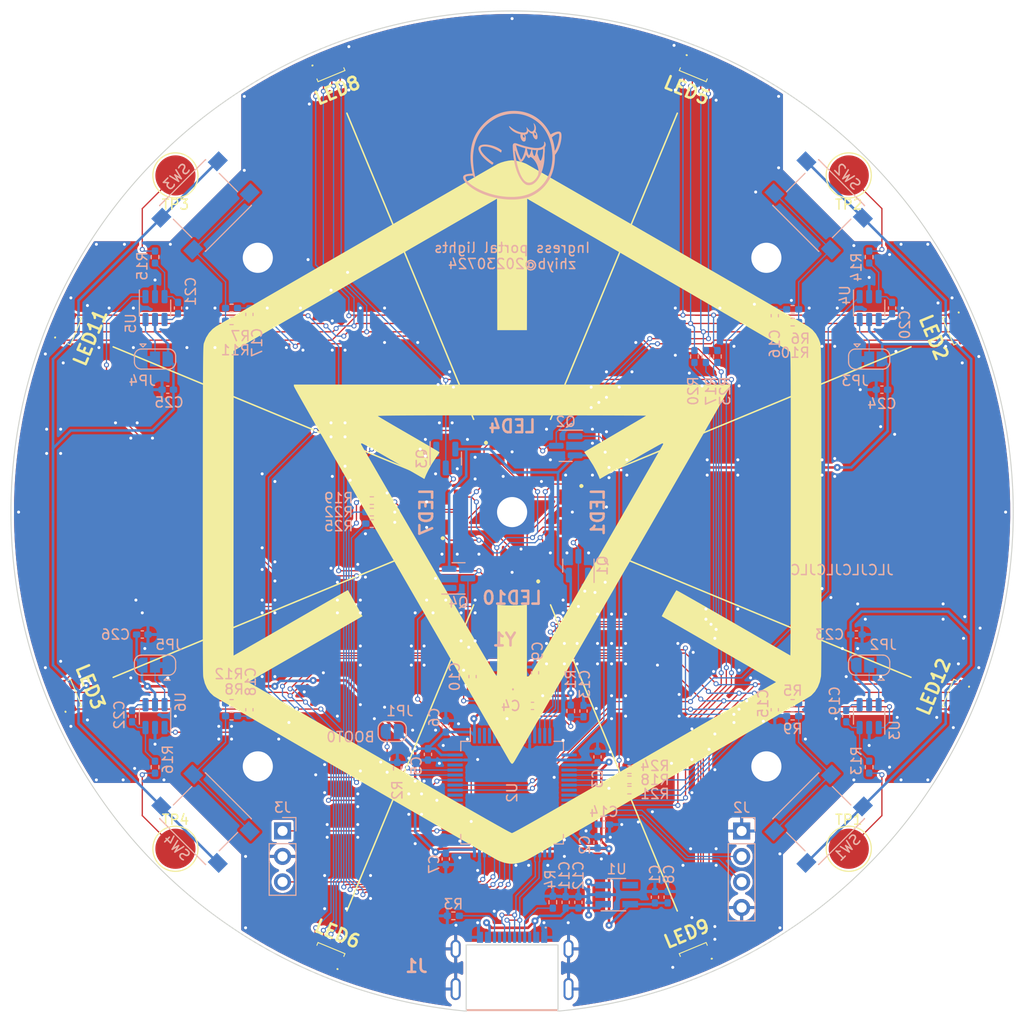
<source format=kicad_pcb>
(kicad_pcb (version 20221018) (generator pcbnew)
  (layers (0 "F.Cu" signal) (31 "B.Cu" signal) (34 "B.Paste" user) (35 "F.Paste" user) (36 "B.SilkS" user "B.Silkscreen") (37 "F.SilkS" user "F.Silkscreen") (38 "B.Mask" user) (39 "F.Mask" user) (44 "Edge.Cuts" user))
  (net 0 "")
  (net 1 "GND")
  (net 4 "/Lights/A1")
  (net 5 "+3V3")
  (net 6 "/Lights/A3")
  (net 7 "/Lights/A2")
  (net 8 "/Lights/R3")
  (net 9 "/Lights/G3")
  (net 10 "/Lights/B3")
  (net 11 "/Lights/G1")
  (net 12 "/Lights/B1")
  (net 13 "/Lights/R1")
  (net 14 "/Lights/G2")
  (net 15 "/Lights/B2")
  (net 16 "/Lights/R2")
  (net 17 "/Lights/A4")
  (net 18 "Net-(LED10-CA)")
  (net 19 "Net-(R5-Pad1)")
  (net 20 "+5V")
  (net 21 "Net-(J1-CC1)")
  (net 22 "DP")
  (net 23 "DN")
  (net 24 "Net-(J1-CC2)")
  (net 25 "TXD")
  (net 26 "RXD")
  (net 27 "SWCLK")
  (net 28 "SWDIO")
  (net 29 "/IO/PB1")
  (net 30 "/IO/PB2")
  (net 31 "/IO/PB3")
  (net 32 "/IO/PB4")
  (net 33 "Net-(U3-SNSK)")
  (net 34 "Net-(U3-SNS)")
  (net 35 "/IO/TB1")
  (net 36 "Net-(U4-SNSK)")
  (net 37 "Net-(U4-SNS)")
  (net 38 "Net-(U5-SNSK)")
  (net 39 "Net-(U5-SNS)")
  (net 40 "Net-(U6-SNSK)")
  (net 41 "Net-(U6-SNS)")
  (net 42 "Net-(JP2-C)")
  (net 43 "Net-(JP4-C)")
  (net 44 "Net-(JP5-C)")
  (net 45 "/IO/TB2")
  (net 46 "/IO/TB3")
  (net 47 "/IO/TB4")
  (net 48 "Net-(U2-PH1)")
  (net 49 "Net-(U2-PH0)")
  (net 50 "Net-(U2-NRST)")
  (net 51 "Net-(U2-VCAP_1)")
  (net 52 "Net-(JP1-A)")
  (net 53 "Net-(JP3-C)")
  (net 54 "Net-(R10-Pad1)")
  (net 55 "Net-(R11-Pad1)")
  (net 56 "Net-(R13-Pad1)")
  (net 57 "Net-(R14-Pad1)")
  (net 58 "Net-(R16-Pad1)")
  (net 81 "Net-(LED1-B)")
  (net 82 "Net-(LED1-CA)")
  (net 83 "Net-(LED1-R)")
  (net 84 "Net-(LED1-G)")
  (net 85 "Net-(LED11-K_GREEN)")
  (net 86 "Net-(LED11-K_BLUE)")
  (net 87 "Net-(LED11-K_RED)")
  (net 88 "Net-(LED12-K_GREEN)")
  (net 89 "Net-(LED12-K_BLUE)")
  (net 90 "Net-(LED12-K_RED)")
  (net 91 "Net-(LED4-CA)")
  (net 92 "Net-(LED7-CA)")
  (net 93 "Net-(R12-Pad1)")
  (net 94 "Net-(R15-Pad1)")
  (footprint "TestPoint:TestPoint_Pad_D4.0mm" (layer "F.Cu") (at 223.528 66.472 180)
    (fp_text reference "TP2")
    (fp_text value "TestPoint")
  )
  (footprint "TestPoint:TestPoint_Pad_D4.0mm" (layer "F.Cu") (at 223.528 133.528)
    (fp_text reference "TP1")
    (fp_text value "TestPoint")
  )
  (footprint "Library:MSL0601RGBU1" (layer "F.Cu") (at 208.368805 55.653782 157.5)
    (fp_text reference "LED5")
    (fp_text value "MSL0601RGBU1" hide)
  )
  (footprint "Library:MSL0601RGBU1" (layer "F.Cu") (at 145.653782 118.368805 -67.5)
    (fp_text reference "LED3")
    (fp_text value "MSL0601RGBU1" hide)
  )
  (footprint "Library:HSMFA341A00J1" (layer "F.Cu") (at 190 106 90)
    (fp_text reference "LED10")
    (fp_text value "HSMF-A341-A00J1" hide)
  )
  (footprint "TestPoint:TestPoint_Pad_D4.0mm" (layer "F.Cu") (at 156.472 133.528)
    (fp_text reference "TP4")
    (fp_text value "TestPoint")
  )
  (footprint "LOGO" (layer "F.Cu") (at 190 100)
    (fp_text reference "G***" hide)
    (fp_text value "LOGO" hide)
  )
  (footprint "Library:MSL0601RGBU1" (layer "F.Cu") (at 234.346218 118.368805 67.5)
    (fp_text reference "LED12")
    (fp_text value "MSL0601RGBU1" hide)
  )
  (footprint "Library:MSL0601RGBU1" (layer "F.Cu") (at 171.631195 55.653782 -157.5)
    (fp_text reference "LED8")
    (fp_text value "MSL0601RGBU1" hide)
  )
  (footprint "Library:HSMFA341A00J1" (layer "F.Cu") (at 196 100 180)
    (fp_text reference "LED1")
    (fp_text value "HSMF-A341-A00J1" hide)
  )
  (footprint "Library:MSL0601RGBU1" (layer "F.Cu") (at 171.631195 144.346218 -22.5)
    (fp_text reference "LED6")
    (fp_text value "MSL0601RGBU1" hide)
  )
  (footprint "Library:MSL0601RGBU1" (layer "F.Cu") (at 208.368805 144.346218 22.5)
    (fp_text reference "LED9")
    (fp_text value "MSL0601RGBU1" hide)
  )
  (footprint "Library:HSMFA341A00J1" (layer "F.Cu") (at 184 100)
    (fp_text reference "LED7")
    (fp_text value "HSMF-A341-A00J1" hide)
  )
  (footprint "TestPoint:TestPoint_Pad_D4.0mm" (layer "F.Cu") (at 156.472 66.472 180)
    (fp_text reference "TP3")
    (fp_text value "TestPoint")
  )
  (footprint "Library:MSL0601RGBU1" (layer "F.Cu") (at 234.346218 81.631195 112.5)
    (fp_text reference "LED2")
    (fp_text value "MSL0601RGBU1" hide)
  )
  (footprint "Library:MSL0601RGBU1" (layer "F.Cu") (at 145.653782 81.631195 -112.5)
    (fp_text reference "LED11")
    (fp_text value "MSL0601RGBU1" hide)
  )
  (footprint "Library:HSMFA341A00J1" (layer "F.Cu") (at 190 94 -90)
    (fp_text reference "LED4")
    (fp_text value "HSMF-A341-A00J1" hide)
  )
  (footprint "Resistor_SMD:R_0402_1005Metric_Pad0.72x0.64mm_HandSolder" (layer "B.Cu") (at 154.44 74.6 -90)
    (fp_text reference "R15")
    (fp_text value "10k")
  )
  (footprint "Capacitor_SMD:C_0402_1005Metric_Pad0.74x0.62mm_HandSolder" (layer "B.Cu") (at 199.144 131.115)
    (fp_text reference "C14")
    (fp_text value "4u7")
  )
  (footprint "Capacitor_SMD:C_0402_1005Metric_Pad0.74x0.62mm_HandSolder" (layer "B.Cu") (at 227.846 79.68 -90)
    (fp_text reference "C20")
    (fp_text value "10n")
  )
  (footprint "Resistor_SMD:R_0402_1005Metric_Pad0.72x0.64mm_HandSolder" (layer "B.Cu") (at 162.06 119.05)
    (fp_text reference "R12")
    (fp_text value "10k")
  )
  (footprint "Resistor_SMD:R_0402_1005Metric_Pad0.72x0.64mm_HandSolder" (layer "B.Cu") (at 217.94 81.077 180)
    (fp_text reference "R10")
    (fp_text value "10k")
  )
  (footprint "Resistor_SMD:R_0402_1005Metric_Pad0.72x0.64mm_HandSolder" (layer "B.Cu") (at 225.56 125.4 90)
    (fp_text reference "R13")
    (fp_text value "10k")
  )
  (footprint "Button_Switch_SMD:SW_Push_1P1T_NO_6x6mm_H9.5mm" (layer "B.Cu") (at 220.532871 69.467129 135)
    (fp_text reference "SW2")
    (fp_text value "SW_Push")
  )
  (footprint "Capacitor_SMD:C_0402_1005Metric_Pad0.74x0.62mm_HandSolder" (layer "B.Cu") (at 196.604 138.862 90)
    (fp_text reference "C12")
    (fp_text value "100n")
  )
  (footprint "Capacitor_SMD:C_0402_1005Metric_Pad0.74x0.62mm_HandSolder" (layer "B.Cu") (at 198.509 124.384 90)
    (fp_text reference "C3")
    (fp_text value "100n")
  )
  (footprint "Resistor_SMD:R_0402_1005Metric_Pad0.72x0.64mm_HandSolder" (layer "B.Cu") (at 162.06 120.32)
    (fp_text reference "R8")
    (fp_text value "10k")
  )
  (footprint "Capacitor_SMD:C_0402_1005Metric_Pad0.74x0.62mm_HandSolder" (layer "B.Cu") (at 152.154 120.32 90)
    (fp_text reference "C22")
    (fp_text value "10n")
  )
  (footprint "Jumper:SolderJumper-3_P1.3mm_Bridged12_RoundedPad1.0x1.5mm" (layer "B.Cu") (at 225.56 84.76)
    (fp_text reference "JP3")
    (fp_text value "SolderJumper_3_Bridged12")
  )
  (footprint "Capacitor_SMD:C_0402_1005Metric_Pad0.74x0.62mm_HandSolder" (layer "B.Cu") (at 163.838 80.315 -90)
    (fp_text reference "C17")
    (fp_text value "100n")
  )
  (footprint "Capacitor_SMD:C_0402_1005Metric_Pad0.74x0.62mm_HandSolder" (layer "B.Cu") (at 195.334 138.862 90)
    (fp_text reference "C11")
    (fp_text value "4u7")
  )
  (footprint "Capacitor_SMD:C_0402_1005Metric_Pad0.74x0.62mm_HandSolder" (layer "B.Cu") (at 192.286 116.002 -90)
    (fp_text reference "C9")
    (fp_text value "7p")
  )
  (footprint "Capacitor_SMD:C_0402_1005Metric_Pad0.74x0.62mm_HandSolder" (layer "B.Cu") (at 216.162 80.442 -90)
    (fp_text reference "C16")
    (fp_text value "100n")
  )
  (footprint "Capacitor_SMD:C_0402_1005Metric_Pad0.74x0.62mm_HandSolder" (layer "B.Cu") (at 198.509 132.893 90)
    (fp_text reference "C2")
    (fp_text value "100n")
  )
  (footprint "Button_Switch_SMD:SW_Push_1P1T_NO_6x6mm_H9.5mm" (layer "B.Cu") (at 159.467129 69.467129 -135)
    (fp_text reference "SW3")
    (fp_text value "SW_Push")
  )
  (footprint "Button_Switch_SMD:SW_Push_1P1T_NO_6x6mm_H9.5mm" (layer "B.Cu") (at 220.532871 130.532871 45)
    (fp_text reference "SW1")
    (fp_text value "SW_Push")
  )
  (footprint "Capacitor_SMD:C_0402_1005Metric_Pad0.74x0.62mm_HandSolder" (layer "B.Cu") (at 224.29 112.192)
    (fp_text reference "C23")
    (fp_text value "100n")
  )
  (footprint "Capacitor_SMD:C_0402_1005Metric_Pad0.74x0.62mm_HandSolder" (layer "B.Cu") (at 153.17 112.192)
    (fp_text reference "C26")
    (fp_text value "100n")
  )
  (footprint "Resistor_SMD:R_0402_1005Metric_Pad0.72x0.64mm_HandSolder" (layer "B.Cu") (at 194.056 138.8485 -90)
    (fp_text reference "R4")
    (fp_text value "5k1")
  )
  (footprint "Capacitor_SMD:C_0402_1005Metric_Pad0.74x0.62mm_HandSolder" (layer "B.Cu") (at 181.618 124.13 -90)
    (fp_text reference "C5")
    (fp_text value "100n")
  )
  (footprint "Package_TO_SOT_SMD:SOT-23-6" (layer "B.Cu") (at 225.56 79.68 -90)
    (fp_text reference "U4")
    (fp_text value "AT42QT1012-T")
  )
  (footprint "Resistor_SMD:R_0402_1005Metric_Pad0.72x0.64mm_HandSolder" (layer "B.Cu") (at 176.03 98.857)
    (fp_text reference "R19")
    (fp_text value "330R")
  )
  (footprint "Connector_PinHeader_2.54mm:PinHeader_1x03_P2.54mm_Vertical" (layer "B.Cu") (at 167.14 131.75 180)
    (fp_text reference "J3")
    (fp_text value "Conn_01x03_Pin")
  )
  (footprint "Resistor_SMD:R_0402_1005Metric_Pad0.72x0.64mm_HandSolder" (layer "B.Cu") (at 162.06 79.68)
    (fp_text reference "R7")
    (fp_text value "10k")
  )
  (footprint "Resistor_SMD:R_0402_1005Metric_Pad0.72x0.64mm_HandSolder" (layer "B.Cu") (at 154.44 125.4 90)
    (fp_text reference "R16")
    (fp_text value "10k")
  )
  (footprint "Jumper:SolderJumper-3_P1.3mm_Bridged12_RoundedPad1.0x1.5mm" (layer "B.Cu") (at 154.44 115.24 180)
    (fp_text reference "JP5")
    (fp_text value "SolderJumper_3_Bridged12")
  )
  (footprint "Resistor_SMD:R_0402_1005Metric_Pad0.72x0.64mm_HandSolder" (layer "B.Cu") (at 195.842 119.812 -90)
    (fp_text reference "R1")
    (fp_text value "10k")
  )
  (footprint "Capacitor_SMD:C_0402_1005Metric_Pad0.74x0.62mm_HandSolder" (layer "B.Cu") (at 216.162 119.685 -90)
    (fp_text reference "C15")
    (fp_text value "100n")
  )
  (footprint "Library:2169900001" (layer "B.Cu") (at 190 145.974 180)
    (fp_text reference "J1")
    (fp_text value "216990-0001" hide)
  )
  (footprint "Resistor_SMD:R_0402_1005Metric_Pad0.72x0.64mm_HandSolder" (layer "B.Cu") (at 176.03 101.143)
    (fp_text reference "R25")
    (fp_text value "330R")
  )
  (footprint "Resistor_SMD:R_0402_1005Metric_Pad0.72x0.64mm_HandSolder" (layer "B.Cu") (at 162.06 80.95)
    (fp_text reference "R11")
    (fp_text value "10k")
  )
  (footprint "Resistor_SMD:R_0402_1005Metric_Pad0.72x0.64mm_HandSolder" (layer "B.Cu") (at 217.94 119.05 180)
    (fp_text reference "R5")
    (fp_text value "10k")
  )
  (footprint "Resistor_SMD:R_0402_1005Metric_Pad0.72x0.64mm_HandSolder" (layer "B.Cu") (at 184.15 140.208 180)
    (fp_text reference "R3")
    (fp_text value "5k1")
  )
  (footprint "Capacitor_SMD:C_0402_1005Metric_Pad0.74x0.62mm_HandSolder" (layer "B.Cu") (at 156.726 79.68 -90)
    (fp_text reference "C21")
    (fp_text value "10n")
  )
  (footprint "Library:ECS192736BCKYTR" (layer "B.Cu") (at 189.238 116.002 180)
    (fp_text reference "Y1")
    (fp_text value "ECS-192-7-36B-CKY-TR" hide)
  )
  (footprint "Package_TO_SOT_SMD:SOT-23-6" (layer "B.Cu") (at 154.44 120.32 90)
    (fp_text reference "U6")
    (fp_text value "AT42QT1012-T")
  )
  (footprint "Resistor_SMD:R_0402_1005Metric_Pad0.72x0.64mm_HandSolder" (layer "B.Cu") (at 201.684 127.686)
    (fp_text reference "R21")
    (fp_text value "330R")
  )
  (footprint "Package_QFP:LQFP-64_10x10mm_P0.5mm" (layer "B.Cu") (at 190 127.94 -90)
    (fp_text reference "U2")
    (fp_text value "STM32F722RETx")
  )
  (footprint "Package_TO_SOT_SMD:SOT-23-6" (layer "B.Cu") (at 154.44 79.68 -90)
    (fp_text reference "U5")
    (fp_text value "AT42QT1012-T")
  )
  (footprint "Capacitor_SMD:C_0402_1005Metric_Pad0.74x0.62mm_HandSolder" (layer "B.Cu") (at 223.274 120.32 90)
    (fp_text reference "C19")
    (fp_text value "10n")
  )
  (footprint "Package_TO_SOT_SMD:SOT-23" (layer "B.Cu") (at 184.666 106.604)
    (fp_text reference "Q4")
    (fp_text value "DMG2301L")
  )
  (footprint "Jumper:SolderJumper-2_P1.3mm_Open_RoundedPad1.0x1.5mm" (layer "B.Cu") (at 178.062 121.844)
    (fp_text reference "JP1")
    (fp_text value "SolderJumper_2_Open")
  )
  (footprint "Resistor_SMD:R_0402_1005Metric_Pad0.72x0.64mm_HandSolder" (layer "B.Cu") (at 176.03 100)
    (fp_text reference "R22")
    (fp_text value "330R")
  )
  (footprint "Package_TO_SOT_SMD:SOT-23" (layer "B.Cu") (at 183.396 94.666 -90)
    (fp_text reference "Q3")
    (fp_text value "DMG2301L")
  )
  (footprint "Capacitor_SMD:C_0402_1005Metric_Pad0.74x0.62mm_HandSolder" (layer "B.Cu") (at 163.838 119.685 90)
    (fp_text reference "C18")
    (fp_text value "100n")
  )
  (footprint "Capacitor_SMD:C_0402_1005Metric_Pad0.74x0.62mm_HandSolder" (layer "B.Cu") (at 183.396 134.544 -90)
    (fp_text reference "C7")
    (fp_text value "100n")
  )
  (footprint "Capacitor_SMD:C_0402_1005Metric_Pad0.74x0.62mm_HandSolder" (layer "B.Cu") (at 186.063 116.383 -90)
    (fp_text reference "C10")
    (fp_text value "7p")
  )
  (footprint "LOGO" (layer "B.Cu") (at 190 64.44 180)
    (fp_text reference "" hide)
    (fp_text value "LOGO" hide)
  )
  (footprint "Resistor_SMD:R_0402_1005Metric_Pad0.72x0.64mm_HandSolder" (layer "B.Cu") (at 217.94 79.807 180)
    (fp_text reference "R6")
    (fp_text value "10k")
  )
  (footprint "Resistor_SMD:R_0402_1005Metric_Pad0.72x0.64mm_HandSolder" (layer "B.Cu") (at 225.56 74.6 -90)
    (fp_text reference "R14")
    (fp_text value "10k")
  )
  (footprint "Jumper:SolderJumper-3_P1.3mm_Bridged12_RoundedPad1.0x1.5mm" (layer "B.Cu") (at 154.44 84.76)
    (fp_text reference "JP4")
    (fp_text value "SolderJumper_3_Bridged12")
  )
  (footprint "Capacitor_SMD:C_0402_1005Metric_Pad0.74x0.62mm_HandSolder" (layer "B.Cu") (at 192.032 119.304 180)
    (fp_text reference "C4")
    (fp_text value "100n")
  )
  (footprint "Connector_PinHeader_2.54mm:PinHeader_1x04_P2.54mm_Vertical" (layer "B.Cu") (at 212.86 131.76 180)
    (fp_text reference "J2")
    (fp_text value "Conn_01x04_Pin")
  )
  (footprint "Capacitor_SMD:C_0402_1005Metric_Pad0.74x0.62mm_HandSolder" (layer "B.Cu") (at 204.224 138.354 90)
    (fp_text reference "C1")
    (fp_text value "4u7")
  )
  (footprint "Package_TO_SOT_SMD:SOT-23-6" (layer "B.Cu") (at 225.56 120.32 90)
    (fp_text reference "U3")
    (fp_text value "AT42QT1012-T")
  )
  (footprint "Resistor_SMD:R_0402_1005Metric_Pad0.72x0.64mm_HandSolder" (layer "B.Cu") (at 209.304 84.506 90)
    (fp_text reference "R17")
    (fp_text value "330R")
  )
  (footprint "Capacitor_SMD:C_0402_1005Metric_Pad0.74x0.62mm_HandSolder" (layer "B.Cu") (at 226.83 87.808 180)
    (fp_text reference "C24")
    (fp_text value "100n")
  )
  (footprint "Package_TO_SOT_SMD:SOT-23-5_HandSoldering" (layer "B.Cu") (at 200.414 138.1)
    (fp_text reference "U1")
    (fp_text value "AP2112K-3.3")
  )
  (footprint "Resistor_SMD:R_0402_1005Metric_Pad0.72x0.64mm_HandSolder" (layer "B.Cu") (at 178.57 125.527 90)
    (fp_text reference "R2")
    (fp_text value "10k")
  )
  (footprint "LOGO" (layer "B.Cu") (at 190 64.44 180)
    (fp_text reference "" hide)
    (fp_text value "LOGO" hide)
  )
  (footprint "Resistor_SMD:R_0402_1005Metric_Pad0.72x0.64mm_HandSolder" (layer "B.Cu") (at 201.684 126.67)
    (fp_text reference "R18")
    (fp_text value "330R")
  )
  (footprint "Capacitor_SMD:C_0402_1005Metric_Pad0.74x0.62mm_HandSolder" (layer "B.Cu") (at 205.494 138.354 90)
    (fp_text reference "C8")
    (fp_text value "100n")
  )
  (footprint "Resistor_SMD:R_0402_1005Metric_Pad0.72x0.64mm_HandSolder" (layer "B.Cu") (at 210.447 84.506 90)
    (fp_text reference "R23")
    (fp_text value "330R")
  )
  (footprint "Resistor_SMD:R_0402_1005Metric_Pad0.72x0.64mm_HandSolder" (layer "B.Cu") (at 208.161 84.506 90)
    (fp_text reference "R20")
    (fp_text value "330R")
  )
  (footprint "Resistor_SMD:R_0402_1005Metric_Pad0.72x0.64mm_HandSolder" (layer "B.Cu") (at 217.94 120.32 180)
    (fp_text reference "R9")
    (fp_text value "10k")
  )
  (footprint "Jumper:SolderJumper-3_P1.3mm_Bridged12_RoundedPad1.0x1.5mm" (layer "B.Cu") (at 225.56 115.24 180)
    (fp_text reference "JP2")
    (fp_text value "SolderJumper_3_Bridged12")
  )
  (footprint "Resistor_SMD:R_0402_1005Metric_Pad0.72x0.64mm_HandSolder" (layer "B.Cu") (at 201.684 125.654)
    (fp_text reference "R24")
    (fp_text value "330R")
  )
  (footprint "Button_Switch_SMD:SW_Push_1P1T_NO_6x6mm_H9.5mm" (layer "B.Cu") (at 159.467129 130.532871 -45)
    (fp_text reference "SW4")
    (fp_text value "SW_Push")
  )
  (footprint "Capacitor_SMD:C_0402_1005Metric_Pad0.74x0.62mm_HandSolder" (layer "B.Cu") (at 155.71 87.808 180)
    (fp_text reference "C25")
    (fp_text value "100n")
  )
  (footprint "Capacitor_SMD:C_0402_1005Metric_Pad0.74x0.62mm_HandSolder" (layer "B.Cu") (at 197.112 119.812 90)
    (fp_text reference "C13")
    (fp_text value "100n")
  )
  (footprint "Package_TO_SOT_SMD:SOT-23" (layer "B.Cu") (at 196.604 105.334 90)
    (fp_text reference "Q1")
    (fp_text value "DMG2301L")
  )
  (footprint "Package_TO_SOT_SMD:SOT-23" (layer "B.Cu") (at 195.334 93.396 180)
    (fp_text reference "Q2")
    (fp_text value "DMG2301L")
  )
  (footprint "Capacitor_SMD:C_0402_1005Metric_Pad0.74x0.62mm_HandSolder" (layer "B.Cu") (at 183.396 121.336 90)
    (fp_text reference "C6")
    (fp_text value "100n")
  )
  (gr_line (start 150.27318 116.455388) (end 180.761205 103.826835) (stroke (width 0.15)) (layer "F.SilkS"))
  (gr_line (start 206.455388 60.27318) (end 193.826835 90.761205) (stroke (width 0.15)) (layer "F.SilkS"))
  (gr_line (start 150.27318 83.544612) (end 180.761205 96.173165) (stroke (width 0.15)) (layer "F.SilkS"))
  (gr_line (start 206.455388 139.72682) (end 193.826835 109.238795) (stroke (width 0.15)) (layer "F.SilkS"))
  (gr_line (start 229.72682 116.455388) (end 199.238795 103.826835) (stroke (width 0.15)) (layer "F.SilkS"))
  (gr_line (start 173.544612 139.72682) (end 186.173165 109.238795) (stroke (width 0.15)) (layer "F.SilkS"))
  (gr_line (start 173.544612 60.27318) (end 186.173165 90.761205) (stroke (width 0.15)) (layer "F.SilkS"))
  (gr_line (start 229.72682 83.544612) (end 199.238795 96.173165) (stroke (width 0.15)) (layer "F.SilkS"))
  (gr_line (start 185.428 149.699999) (end 185.428 143.1) (stroke (width 0.1)) (layer "Edge.Cuts"))
  (gr_line (start 194.572 149.699999) (end 194.572 143.1) (stroke (width 0.1)) (layer "Edge.Cuts"))
  (gr_line (start 194.572 143.1) (end 185.428 143.1) (stroke (width 0.1)) (layer "Edge.Cuts"))
  (gr_arc (start 185.428 149.699999) (mid 190 50.09015) (end 194.572 149.699999) (stroke (width 0.1)) (layer "Edge.Cuts"))
  (gr_text "JLCJLCJLCJLC" (at 228.1 106.35) (layer "B.SilkS") (effects (font (size 1 1)) (justify left bottom mirror)))
  (gr_text "Ingress portal lights\nzhiyb@20230724" (at 190 75.87) (layer "B.SilkS") (effects (font (size 1 1)) (justify bottom mirror)))
  (gr_text "BOOT0" (at 176.411 122.987) (layer "B.SilkS") (effects (font (size 1 1)) (justify left bottom mirror)))
  (via (at 207.907 121.59) (size 0.5) (drill 0.3) (layers "F.Cu" "B.Cu") (net 1))
  (via (at 210.193 122.098) (size 0.5) (drill 0.3) (layers "F.Cu" "B.Cu") (net 1))
  (via (at 184.539 104.191) (size 0.5) (drill 0.3) (layers "F.Cu" "B.Cu") (net 1))
  (via (at 199.398 88.57) (size 0.5) (drill 0.3) (layers "F.Cu" "B.Cu") (net 1))
  (via (at 195.207 115.113) (size 0.5) (drill 0.3) (layers "F.Cu" "B.Cu") (net 1))
  (via (at 184.666 121.082) (size 0.5) (drill 0.3) (layers "F.Cu" "B.Cu") (net 1))
  (via (at 190.381 135.179) (size 0.5) (drill 0.3) (layers "F.Cu" "B.Cu") (net 1))
  (via (at 166.759 122.606) (size 0.5) (drill 0.3) (layers "F.Cu" "B.Cu") (net 1))
  (via (at 160.409 79.68) (size 0.5) (drill 0.3) (layers "F.Cu" "B.Cu") (net 1))
  (via (at 193.429 115.113) (size 0.5) (drill 0.3) (layers "F.Cu" "B.Cu") (net 1))
  (via (at 212.098 83.49) (size 0.5) (drill 0.3) (layers "F.Cu" "B.Cu") (net 1))
  (via (at 175.395 106.477) (size 0.5) (drill 0.3) (layers "F.Cu" "B.Cu") (net 1))
  (via (at 166.378 106.858) (size 0.5) (drill 0.3) (layers "F.Cu" "B.Cu") (net 1))
  (via (at 163.457 134.29) (size 0.5) (drill 0.3) (layers "F.Cu" "B.Cu") (net 1))
  (via (at 181.237 126.797) (size 0.5) (drill 0.3) (layers "F.Cu" "B.Cu") (net 1))
  (via (at 212.098 120.955) (size 0.5) (drill 0.3) (layers "F.Cu" "B.Cu") (net 1))
  (via (at 232.291 120.447) (size 0.5) (drill 0.3) (layers "F.Cu" "B.Cu") (net 1))
  (via (at 166.378 96.952) (size 0.5) (drill 0.3) (layers "F.Cu" "B.Cu") (net 1))
  (via (at 212.479 96.317) (size 0.5) (drill 0.3) (layers "F.Cu" "B.Cu") (net 1))
  (via (at 214.257 68.123) (size 0.5) (drill 0.3) (layers "F.Cu" "B.Cu") (net 1))
  (via (at 195.08 122.733) (size 0.5) (drill 0.3) (layers "F.Cu" "B.Cu") (net 1))
  (via (at 171.966 77.902) (size 0.5) (drill 0.3) (layers "F.Cu" "B.Cu") (net 1))
  (via (at 206.002 145.339) (size 0.5) (drill 0.3) (layers "F.Cu" "B.Cu") (net 1))
  (via (at 195.588 140.894) (size 0.5) (drill 0.3) (layers "F.Cu" "B.Cu") (net 1))
  (via (at 193.429 113.081) (size 0.5) (drill 0.3) (layers "F.Cu" "B.Cu") (net 1))
  (via (at 197.874 87.554) (size 0.5) (drill 0.3) (layers "F.Cu" "B.Cu") (net 1))
  (via (at 173.49 139.497) (size 0.5) (drill 0.3) (layers "F.Cu" "B.Cu") (net 1))
  (via (at 151.392 73.33) (size 0.5) (drill 0.3) (layers "F.Cu" "B.Cu") (net 1))
  (via (at 236.482 115.494) (size 0.5) (drill 0.3) (layers "F.Cu" "B.Cu") (net 1))
  (via (at 209.431 94.793) (size 0.5) (drill 0.3) (layers "F.Cu" "B.Cu") (net 1))
  (via (at 180.348 133.02) (size 0.5) (drill 0.3) (layers "F.Cu" "B.Cu") (net 1))
  (via (at 195.207 134.29) (size 0.5) (drill 0.3) (layers "F.Cu" "B.Cu") (net 1))
  (via (at 165.616 79.68) (size 0.5) (drill 0.3) (layers "F.Cu" "B.Cu") (net 1))
  (via (at 195.207 132.639) (size 0.5) (drill 0.3) (layers "F.Cu" "B.Cu") (net 1))
  (via (at 236.609 111.557) (size 0.5) (drill 0.3) (layers "F.Cu" "B.Cu") (net 1))
  (via (at 165.108 116.383) (size 0.5) (drill 0.3) (layers "F.Cu" "B.Cu") (net 1))
  (via (at 175.903 136.195) (size 0.5) (drill 0.3) (layers "F.Cu" "B.Cu") (net 1))
  (via (at 232.926 109.144) (size 0.5) (drill 0.3) (layers "F.Cu" "B.Cu") (net 1))
  (via (at 174.887 125.781) (size 0.5) (drill 0.3) (layers "F.Cu" "B.Cu") (net 1))
  (via (at 201.938 86.03) (size 0.5) (drill 0.3) (layers "F.Cu" "B.Cu") (net 1))
  (via (at 191.651 135.179) (size 0.5) (drill 0.3) (layers "F.Cu" "B.Cu") (net 1))
  (via (at 165.108 108.763) (size 0.5) (drill 0.3) (layers "F.Cu" "B.Cu") (net 1))
  (via (at 163.33 58.598) (size 0.5) (drill 0.3) (layers "F.Cu" "B.Cu") (net 1))
  (via (at 152.408 125.527) (size 0.5) (drill 0.3) (layers "F.Cu" "B.Cu") (net 1))
  (via (at 172.601 106.985) (size 0.5) (drill 0.3) (layers "F.Cu" "B.Cu") (net 1))
  (via (at 182.634 87.3) (size 0.5) (drill 0.3) (layers "F.Cu" "B.Cu") (net 1))
  (via (at 186.571 140.894) (size 0.5) (drill 0.3) (layers "F.Cu" "B.Cu") (net 1))
  (via (at 197.239 107.874) (size 0.5) (drill 0.3) (layers "F.Cu" "B.Cu") (net 1))
  (via (at 169.172 83.871) (size 0.5) (drill 0.3) (layers "F.Cu" "B.Cu") (net 1))
  (via (at 222.385 79.68) (size 0.5) (drill 0.3) (layers "F.Cu" "B.Cu") (net 1))
  (via (at 151.265 126.67) (size 0.5) (drill 0.3) (layers "F.Cu" "B.Cu") (net 1))
  (via (at 197.62 104.064) (size 0.5) (drill 0.3) (layers "F.Cu" "B.Cu") (net 1))
  (via (at 220.861 83.49) (size 0.5) (drill 0.3) (layers "F.Cu" "B.Cu") (net 1))
  (via (at 207.018 135.179) (size 0.5) (drill 0.3) (layers "F.Cu" "B.Cu") (net 1))
  (via (at 224.671 87.808) (size 0.5) (drill 0.3) (layers "F.Cu" "B.Cu") (net 1))
  (via (at 167.521 83.617) (size 0.5) (drill 0.3) (layers "F.Cu" "B.Cu") (net 1))
  (via (at 143.518 84.252) (size 0.5) (drill 0.3) (layers "F.Cu" "B.Cu") (net 1))
  (via (at 166.378 104.953) (size 0.5) (drill 0.3) (layers "F.Cu" "B.Cu") (net 1))
  (via (at 198.509 115.113) (size 0.5) (drill 0.3) (layers "F.Cu" "B.Cu") (net 1))
  (via (at 167.775 120.955) (size 0.5) (drill 0.3) (layers "F.Cu" "B.Cu") (net 1))
  (via (at 212.606 87.427) (size 0.5) (drill 0.3) (layers "F.Cu" "B.Cu") (net 1))
  (via (at 177.3 119.431) (size 0.5) (drill 0.3) (layers "F.Cu" "B.Cu") (net 1))
  (via (at 199.652 96.571) (size 0.5) (drill 0.3) (layers "F.Cu" "B.Cu") (net 1))
  (via (at 195.08 108.763) (size 0.5) (drill 0.3) (layers "F.Cu" "B.Cu") (net 1))
  (via (at 228.1 92.253) (size 0.5) (drill 0.3) (layers "F.Cu" "B.Cu") (net 1))
  (via (at 201.43 94.793) (size 0.5) (drill 0.3) (layers "F.Cu" "B.Cu") (net 1))
  (via (at 222.131 83.49) (size 0.5) (drill 0.3) (layers "F.Cu" "B.Cu") (net 1))
  (via (at 197.366 131.75) (size 0.5) (drill 0.3) (layers "F.Cu" "B.Cu") (net 1))
  (via (at 152.662 91.11) (size 0.5) (drill 0.3) (layers "F.Cu" "B.Cu") (net 1))
  (via (at 169.299 117.907) (size 0.5) (drill 0.3) (layers "F.Cu" "B.Cu") (net 1))
  (via (at 214.13 79.299) (size 0.5) (drill 0.3) (layers "F.Cu" "B.Cu") (net 1))
  (via (at 182.761 125.019) (size 0.5) (drill 0.3) (layers "F.Cu" "B.Cu") (net 1))
  (via (at 174.633 132.385) (size 0.5) (drill 0.3) (layers "F.Cu" "B.Cu") (net 1))
  (via (at 184.92 112.827) (size 0.5) (drill 0.3) (layers "F.Cu" "B.Cu") (net 1))
  (via (at 210.193 112.573) (size 0.5) (drill 0.3) (layers "F.Cu" "B.Cu") (net 1))
  (via (at 171.585 131.115) (size 0.5) (drill 0.3) (layers "F.Cu" "B.Cu") (net 1))
  (via (at 199.398 86.03) (size 0.5) (drill 0.3) (layers "F.Cu" "B.Cu") (net 1))
  (via (at 171.331 139.497) (size 0.5) (drill 0.3) (layers "F.Cu" "B.Cu") (net 1))
  (via (at 163.457 141.402) (size 0.5) (drill 0.3) (layers "F.Cu" "B.Cu") (net 1))
  (via (at 206.256 79.68) (size 0.5) (drill 0.3) (layers "F.Cu" "B.Cu") (net 1))
  (via (at 148.598 73.33) (size 0.5) (drill 0.3) (layers "F.Cu" "B.Cu") (net 1))
  (via (at 216.543 58.598) (size 0.5) (drill 0.3) (layers "F.Cu" "B.Cu") (net 1))
  (via (at 215.324322 125.324322) (size 3.4) (drill 3) (layers "F.Cu" "B.Cu") (net 1))
  (via (at 182.126 110.033) (size 0.5) (drill 0.3) (layers "F.Cu" "B.Cu") (net 1))
  (via (at 190 100) (size 3.4) (drill 3) (layers "F.Cu" "B.Cu") (net 1))
  (via (at 177.3 79.68) (size 0.5) (drill 0.3) (layers "F.Cu" "B.Cu") (net 1))
  (via (at 183.142 123.241) (size 0.5) (drill 0.3) (layers "F.Cu" "B.Cu") (net 1))
  (via (at 201.557 124.638) (size 0.5) (drill 0.3) (layers "F.Cu" "B.Cu") (net 1))
  (via (at 239.149 100) (size 0.5) (drill 0.3) (layers "F.Cu" "B.Cu") (net 1))
  (via (at 183.777 86.03) (size 0.5) (drill 0.3) (layers "F.Cu" "B.Cu") (net 1))
  (via (at 184.412 141.148) (size 0.5) (drill 0.3) (layers "F.Cu" "B.Cu") (net 1))
  (via (at 221.75 108.509) (size 0.5) (drill 0.3) (layers "F.Cu" "B.Cu") (net 1))
  (via (at 174.887 115.24) (size 0.5) (drill 0.3) (layers "F.Cu" "B.Cu") (net 1))
  (via (at 210.193 141.275) (size 0.5) (drill 0.3) (layers "F.Cu" "B.Cu") (net 1))
  (via (at 193.429 91.745) (size 0.5) (drill 0.3) (layers "F.Cu" "B.Cu") (net 1))
  (via (at 173.363 91.11) (size 0.5) (drill 0.3) (layers "F.Cu" "B.Cu") (net 1))
  (via (at 199.906 118.288) (size 0.5) (drill 0.3) (layers "F.Cu" "B.Cu") (net 1))
  (via (at 169.68 74.854) (size 0.5) (drill 0.3) (layers "F.Cu" "B.Cu") (net 1))
  (via (at 220.861 96.317) (size 0.5) (drill 0.3) (layers "F.Cu" "B.Cu") (net 1))
  (via (at 228.354 120.447) (size 0.5) (drill 0.3) (layers "F.Cu" "B.Cu") (net 1))
  (via (at 179.713 130.099) (size 0.5) (drill 0.3) (layers "F.Cu" "B.Cu") (net 1))
  (via (at 162.06 122.606) (size 0.5) (drill 0.3) (layers "F.Cu" "B.Cu") (net 1))
  (via (at 186.571 135.687) (size 0.5) (drill 0.3) (layers "F.Cu" "B.Cu") (net 1))
  (via (at 183.015 104.191) (size 0.5) (drill 0.3) (layers "F.Cu" "B.Cu") (net 1))
  (via (at 232.418 79.172) (size 0.5) (drill 0.3) (layers "F.Cu" "B.Cu") (net 1))
  (via (at 188.222 139.751) (size 0.5) (drill 0.3) (layers "F.Cu" "B.Cu") (net 1))
  (via (at 170.442 126.162) (size 0.5) (drill 0.3) (layers "F.Cu" "B.Cu") (net 1))
  (via (at 207.78 133.528) (size 0.5) (drill 0.3) (layers "F.Cu" "B.Cu") (net 1))
  (via (at 194.191 126.416) (size 0.5) (drill 0.3) (layers "F.Cu" "B.Cu") (net 1))
  (via (at 163.33 65.964) (size 0.5) (drill 0.3) (layers "F.Cu" "B.Cu") (net 1))
  (via (at 166.378 110.033) (size 0.5) (drill 0.3) (layers "F.Cu" "B.Cu") (net 1))
  (via (at 153.17 110.033) (size 0.5) (drill 0.3) (layers "F.Cu" "B.Cu") (net 1))
  (via (at 212.606 115.748) (size 0.5) (drill 0.3) (layers "F.Cu" "B.Cu") (net 1))
  (via (at 220.861 107.62) (size 0.5) (drill 0.3) (layers "F.Cu" "B.Cu") (net 1))
  (via (at 224.417 109.144) (size 0.5) (drill 0.3) (layers "F.Cu" "B.Cu") (net 1))
  (via (at 145.042 114.859) (size 0.5) (drill 0.3) (layers "F.Cu" "B.Cu") (net 1))
  (via (at 207.526 141.91) (size 0.5) (drill 0.3) (layers "F.Cu" "B.Cu") (net 1))
  (via (at 232.926 110.668) (size 0.5) (drill 0.3) (layers "F.Cu" "B.Cu") (net 1))
  (via (at 171.204 116.002) (size 0.5) (drill 0.3) (layers "F.Cu" "B.Cu") (net 1))
  (via (at 181.491 108.763) (size 0.5) (drill 0.3) (layers "F.Cu" "B.Cu") (net 1))
  (via (at 204.478 115.24) (size 0.5) (drill 0.3) (layers "F.Cu" "B.Cu") (net 1))
  (via (at 164.675678 74.675678) (size 3.4) (drill 3) (layers "F.Cu" "B.Cu") (net 1))
  (via (at 226.703 91.491) (size 0.5) (drill 0.3) (layers "F.Cu" "B.Cu") (net 1))
  (via (at 199.906 110.16) (size 0.5) (drill 0.3) (layers "F.Cu" "B.Cu") (net 1))
  (via (at 198.382 119.558) (size 0.5) (drill 0.3) (layers "F.Cu" "B.Cu") (net 1))
  (via (at 153.424 113.589) (size 0.5) (drill 0.3) (layers "F.Cu" "B.Cu") (net 1))
  (via (at 148.852 83.617) (size 0.5) (drill 0.3) (layers "F.Cu" "B.Cu") (net 1))
  (via (at 164.675678 125.324322) (size 3.4) (drill 3) (layers "F.Cu" "B.Cu") (net 1))
  (via (at 210.066 115.875) (size 0.5) (drill 0.3) (layers "F.Cu" "B.Cu") (net 1))
  (via (at 207.907 127.94) (size 0.5) (drill 0.3) (layers "F.Cu" "B.Cu") (net 1))
  (via (at 180.983 128.067) (size 0.5) (drill 0.3) (layers "F.Cu" "B.Cu") (net 1))
  (via (at 198.509 113.081) (size 0.5) (drill 0.3) (layers "F.Cu" "B.Cu") (net 1))
  (via (at 201.43 96.317) (size 0.5) (drill 0.3) (layers "F.Cu" "B.Cu") (net 1))
  (via (at 155.964 73.33) (size 0.5) (drill 0.3) (layers "F.Cu" "B.Cu") (net 1))
  (via (at 179.967 115.24) (size 0.5) (drill 0.3) (layers "F.Cu" "B.Cu") (net 1))
  (via (at 225.56 123.241) (size 0.5) (drill 0.3) (layers "F.Cu" "B.Cu") (net 1))
  (via (at 223.274 116.383) (size 0.5) (drill 0.3) (layers "F.Cu" "B.Cu") (net 1))
  (via (at 165.108 96.19) (size 0.5) (drill 0.3) (layers "F.Cu" "B.Cu") (net 1))
  (via (at 177.3 83.109) (size 0.5) (drill 0.3) (layers "F.Cu" "B.Cu") (net 1))
  (via (at 196.477 113.081) (size 0.5) (drill 0.3) (layers "F.Cu" "B.Cu") (net 1))
  (via (at 199.906 115.113) (size 0.5) (drill 0.3) (layers "F.Cu" "B.Cu") (net 1))
  (via (at 152.281 83.617) (size 0.5) (drill 0.3) (layers "F.Cu" "B.Cu") (net 1))
  (via (at 173.363 92.507) (size 0.5) (drill 0.3) (layers "F.Cu" "B.Cu") (net 1))
  (via (at 195.08 110.033) (size 0.5) (drill 0.3) (layers "F.Cu" "B.Cu") (net 1))
  (via (at 215.324322 74.675678) (size 3.4) (drill 3) (layers "F.Cu" "B.Cu") (net 1))
  (via (at 228.862 79.68) (size 0.5) (drill 0.3) (layers "F.Cu" "B.Cu") (net 1))
  (via (at 147.709 79.426) (size 0.5) (drill 0.3) (layers "F.Cu" "B.Cu") (net 1))
  (via (at 174.887 113.335) (size 0.5) (drill 0.3) (layers "F.Cu" "B.Cu") (net 1))
  (via (at 206.256 57.963) (size 0.5) (drill 0.3) (layers "F.Cu" "B.Cu") (net 1))
  (via (at 216.543 65.71) (size 0.5) (drill 0.3) (layers "F.Cu" "B.Cu") (net 1))
  (via (at 210.193 142.545) (size 0.5) (drill 0.3) (layers "F.Cu" "B.Cu") (net 1))
  (via (at 145.042 91.745) (size 0.5) (drill 0.3) (layers "F.Cu" "B.Cu") (net 1))
  (via (at 145.042 94.158) (size 0.5) (drill 0.3) (layers "F.Cu" "B.Cu") (net 1))
  (via (at 184.793 134.417) (size 0.5) (drill 0.3) (layers "F.Cu" "B.Cu") (net 1))
  (via (at 206.51 113.081) (size 0.5) (drill 0.3) (layers "F.Cu" "B.Cu") (net 1))
  (via (at 227.592 74.346) (size 0.5) (drill 0.3) (layers "F.Cu" "B.Cu") (net 1))
  (via (at 171.585 132.385) (size 0.5) (drill 0.3) (layers "F.Cu" "B.Cu") (net 1))
  (via (at 174.887 119.177) (size 0.5) (drill 0.3) (layers "F.Cu" "B.Cu") (net 1))
  (via (at 172.601 108.763) (size 0.5) (drill 0.3) (layers "F.Cu" "B.Cu") (net 1))
  (via (at 216.67 141.402) (size 0.5) (drill 0.3) (layers "F.Cu" "B.Cu") (net 1))
  (via (at 171.966 92.507) (size 0.5) (drill 0.3) (layers "F.Cu" "B.Cu") (net 1))
  (via (at 149.868 79.68) (size 0.5) (drill 0.3) (layers "F.Cu" "B.Cu") (net 1))
  (via (at 228.735 126.67) (size 0.5) (drill 0.3) (layers "F.Cu" "B.Cu") (net 1))
  (via (at 210.701 79.68) (size 0.5) (drill 0.3) (layers "F.Cu" "B.Cu") (net 1))
  (via (at 198.509 110.16) (size 0.5) (drill 0.3) (layers "F.Cu" "B.Cu") (net 1))
  (via (at 228.227 83.998) (size 0.5) (drill 0.3) (layers "F.Cu" "B.Cu") (net 1))
  (via (at 181.237 115.24) (size 0.5) (drill 0.3) (layers "F.Cu" "B.Cu") (net 1))
  (via (at 176.284 120.574) (size 0.5) (drill 0.3) (layers "F.Cu" "B.Cu") (net 1))
  (via (at 233.942 121.463) (size 0.5) (drill 0.3) (layers "F.Cu" "B.Cu") (net 1))
  (via (at 154.44 123.114) (size 0.5) (drill 0.3) (layers "F.Cu" "B.Cu") (net 1))
  (via (at 199.398 99.492) (size 0.5) (drill 0.3) (layers "F.Cu" "B.Cu") (net 1))
  (via (at 224.417 113.589) (size 0.5) (drill 0.3) (layers "F.Cu" "B.Cu") (net 1))
  (via (at 190 94) (size 0.5) (drill 0.3) (layers "F.Cu" "B.Cu") (net 1))
  (via (at 174.887 110.033) (size 0.5) (drill 0.3) (layers "F.Cu" "B.Cu") (net 1))
  (via (at 186.317 96.698) (size 0.5) (drill 0.3) (layers "F.Cu" "B.Cu") (net 1))
  (via (at 171.331 127.94) (size 0.5) (drill 0.3) (layers "F.Cu" "B.Cu") (net 1))
  (via (at 209.304 109.652) (size 0.5) (drill 0.3) (layers "F.Cu" "B.Cu") (net 1))
  (via (at 152.027 92.634) (size 0.5) (drill 0.3) (layers "F.Cu" "B.Cu") (net 1))
  (via (at 186.317 112.827) (size 0.5) (drill 0.3) (layers "F.Cu" "B.Cu") (net 1))
  (via (at 192.921 96.952) (size 0.5) (drill 0.3) (layers "F.Cu" "B.Cu") (net 1))
  (via (at 193.81 94.793) (size 0.5) (drill 0.3) (layers "F.Cu" "B.Cu") (net 1))
  (via (at 152.027 116.51) (size 0.5) (drill 0.3) (layers "F.Cu" "B.Cu") (net 1))
  (via (at 173.617 76.124) (size 0.5) (drill 0.3) (layers "F.Cu" "B.Cu") (net 1))
  (via (at 172.093 80.95) (size 0.5) (drill 0.3) (layers "F.Cu" "B.Cu") (net 1))
  (via (at 166.378 116.383) (size 0.5) (drill 0.3) (layers "F.Cu" "B.Cu") (net 1))
  (via (at 150.503 91.11) (size 0.5) (drill 0.3) (layers "F.Cu" "B.Cu") (net 1))
  (via (at 233.18 83.49) (size 0.5) (drill 0.3) (layers "F.Cu" "B.Cu") (net 1))
  (via (at 181.364 94.412) (size 0.5) (drill 0.3) (layers "F.Cu" "B.Cu") (net 1))
  (via (at 201.303 113.081) (size 0.5) (drill 0.3) (layers "F.Cu" "B.Cu") (net 1))
  (via (at 173.744 53.645) (size 0.5) (drill 0.3) (layers "F.Cu" "B.Cu") (net 1))
  (via (at 156.472 120.32) (size 0.5) (drill 0.3) (layers "F.Cu" "B.Cu") (net 1))
  (via (at 198.89 134.544) (size 0.5) (drill 0.3) (layers "F.Cu" "B.Cu") (net 1))
  (via (at 166.378 108.763) (size 0.5) (drill 0.3) (layers "F.Cu" "B.Cu") (net 1))
  (via (at 146.947 116.383) (size 0.5) (drill 0.3) (layers "F.Cu" "B.Cu") (net 1))
  (via (at 208.034 113.97) (size 0.5) (drill 0.3) (layers "F.Cu" "B.Cu") (net 1))
  (via (at 206.637 120.32) (size 0.5) (drill 0.3) (layers "F.Cu" "B.Cu") (net 1))
  (via (at 174.633 128.067) (size 0.5) (drill 0.3) (layers "F.Cu" "B.Cu") (net 1))
  (via (at 152.281 79.68) (size 0.5) (drill 0.3) (layers "F.Cu" "B.Cu") (net 1))
  (via (at 236.482 84.506) (size 0.5) (drill 0.3) (layers "F.Cu" "B.Cu") (net 1))
  (via (at 234.831 85.141) (size 0.5) (drill 0.3) (layers "F.Cu" "B.Cu") (net 1))
  (via (at 201.303 115.113) (size 0.5) (drill 0.3) (layers "F.Cu" "B.Cu") (net 1))
  (via (at 184.158 87.554) (size 0.5) (drill 0.3) (layers "F.Cu" "B.Cu") (net 1))
  (via (at 173.363 95.428) (size 0.5) (drill 0.3) (layers "F.Cu" "B.Cu") (net 1))
  (via (at 186.571 124.638) (size 0.5) (drill 0.3) (layers "F.Cu" "B.Cu") (net 1))
  (via (at 181.237 113.335) (size 0.5) (drill 0.3) (layers "F.Cu" "B.Cu") (net 1))
  (via (at 226.703 116.383) (size 0.5) (drill 0.3) (layers "F.Cu" "B.Cu") (net 1))
  (via (at 174.633 131.115) (size 0.5) (drill 0.3) (layers "F.Cu" "B.Cu") (net 1))
  (via (at 203.97 129.845) (size 0.5) (drill 0.3) (layers "F.Cu" "B.Cu") (net 1))
  (via (at 174.633 129.337) (size 0.5) (drill 0.3) (layers "F.Cu" "B.Cu") (net 1))
  (via (at 154.44 76.886) (size 0.5) (drill 0.3) (layers "F.Cu" "B.Cu") (net 1))
  (via (at 210.32 58.979) (size 0.5) (drill 0.3) (layers "F.Cu" "B.Cu") (net 1))
  (via (at 145.296 85.141) (size 0.5) (drill 0.3) (layers "F.Cu" "B.Cu") (net 1))
  (via (at 190 106) (size 0.5) (drill 0.3) (layers "F.Cu" "B.Cu") (net 1))
  (via (at 205.875 125.019) (size 0.5) (drill 0.3) (layers "F.Cu" "B.Cu") (net 1))
  (via (at 220.861 94.793) (size 0.5) (drill 0.3) (layers "F.Cu" "B.Cu") (net 1))
  (via (at 152.535 108.763) (size 0.5) (drill 0.3) (layers "F.Cu" "B.Cu") (net 1))
  (via (at 172.601 110.033) (size 0.5) (drill 0.3) (layers "F.Cu" "B.Cu") (net 1))
  (via (at 157.615 79.68) (size 0.5) (drill 0.3) (layers "F.Cu" "B.Cu") (net 1))
  (via (at 198.001 91.745) (size 0.5) (drill 0.3) (layers "F.Cu" "B.Cu") (net 1))
  (via (at 202.319 83.109) (size 0.5) (drill 0.3) (layers "F.Cu" "B.Cu") (net 1))
  (via (at 199.271 106.985) (size 0.5) (drill 0.3) (layers "F.Cu" "B.Cu") (net 1))
  (via (at 180.983 130.099) (size 0.5) (drill 0.3) (layers "F.Cu" "B.Cu") (net 1))
  (via (at 202.573 130.861) (size 0.5) (drill 0.3) (layers "F.Cu" "B.Cu") (net 1))
  (via (at 185.555 122.606) (size 0.5) (drill 0.3) (layers "F.Cu" "B.Cu") (net 1))
  (via (at 182.38 121.717) (size 0.5) (drill 0.3) (layers "F.Cu" "B.Cu") (net 1))
  (via (at 160.79 122.606) (size 0.5) (drill 0.3) (layers "F.Cu" "B.Cu") (net 1))
  (via (at 184.539 95.682) (size 0.5) (drill 0.3) (layers "F.Cu" "B.Cu") (net 1))
  (via (at 182.38 96.19) (size 0.5) (drill 0.3) (layers "F.Cu" "B.Cu") (net 1))
  (via (at 209.431 96.317) (size 0.5) (drill 0.3) (layers "F.Cu" "B.Cu") (net 1))
  (via (at 199.779 132.385) (size 0.5) (drill 0.3) (layers "F.Cu" "B.Cu") (net 1))
  (via (at 180.094 121.717) (size 0.5) (drill 0.3) (layers "F.Cu" "B.Cu") (net 1))
  (via (at 179.713 124.511) (size 0.5) (drill 0.3) (layers "F.Cu" "B.Cu") (net 1))
  (via (at 195.334 96.317) (size 0.5) (drill 0.3) (layers "F.Cu" "B.Cu") (net 1))
  (via (at 219.21 122.606) (size 0.5) (drill 0.3) (layers "F.Cu" "B.Cu") (net 1))
  (via (at 201.303 118.288) (size 0.5) (drill 0.3) (layers "F.Cu" "B.Cu") (net 1))
  (via (at 195.461 104.064) (size 0.5) (drill 0.3) (layers "F.Cu" "B.Cu") (net 1))
  (via (at 180.348 110.033) (size 0.5) (drill 0.3) (layers "F.Cu" "B.Cu") (net 1))
  (via (at 172.601 120.32) (size 0.5) (drill 0.3) (layers "F.Cu" "B.Cu") (net 1))
  (via (at 171.966 105.588) (size 0.5) (drill 0.3) (layers "F.Cu" "B.Cu") (net 1))
  (via (at 157.615 83.617) (size 0.5) (drill 0.3) (layers "F.Cu" "B.Cu") (net 1))
  (via (at 199.906 113.081) (size 0.5) (drill 0.3) (layers "F.Cu" "B.Cu") (net 1))
  (via (at 148.598 126.67) (size 0.5) (drill 0.3) (layers "F.Cu" "B.Cu") (net 1))
  (via (at 231.402 126.67) (size 0.5) (drill 0.3) (layers "F.Cu" "B.Cu") (net 1))
  (via (at 181.491 101.524) (size 0.5) (drill 0.3) (layers "F.Cu" "B.Cu") (net 1))
  (via (at 155.329 126.67) (size 0.5) (drill 0.3) (layers "F.Cu" "B.Cu") (net 1))
  (via (at 186.317 94.539) (size 0.5) (drill 0.3) (layers "F.Cu" "B.Cu") (net 1))
  (via (at 175.903 138.481) (size 0.5) (drill 0.3) (layers "F.Cu" "B.Cu") (net 1))
  (via (at 143.645 91.745) (size 0.5) (drill 0.3) (layers "F.Cu" "B.Cu") (net 1))
  (via (at 234.958 112.573) (size 0.5) (drill 0.3) (layers "F.Cu" "B.Cu") (net 1))
  (via (at 200.668 87.554) (size 0.5) (drill 0.3) (layers "F.Cu" "B.Cu") (net 1))
  (via (at 213.749 116.51) (size 0.5) (drill 0.3) (layers "F.Cu" "B.Cu") (net 1))
  (via (at 224.036 73.457) (size 0.5) (drill 0.3) (layers "F.Cu" "B.Cu") (net 1))
  (via (at 173.363 83.871) (size 0.5) (drill 0.3) (layers "F.Cu" "B.Cu") (net 1))
  (via (at 198.255 108.001) (size 0.5) (drill 0.3) (layers "F.Cu" "B.Cu") (net 1))
  (via (at 199.398 91.999) (size 0.5) (drill 0.3) (layers "F.Cu" "B.Cu") (net 1))
  (via (at 175.395 102.159) (size 0.5) (drill 0.3) (layers "F.Cu" "B.Cu") (net 1))
  (via (at 181.491 98.984) (size 0.5) (drill 0.3) (layers "F.Cu" "B.Cu") (net 1))
  (via (at 222.131 94.666) (size 0.5) (drill 0.3) (layers "F.Cu" "B.Cu") (net 1))
  (via (at 140.851 100) (size 0.5) (drill 0.3) (layers "F.Cu" "B.Cu") (net 1))
  (via (at 174.887 108.763) (size 0.5) (drill 0.3) (layers "F.Cu" "B.Cu") (net 1))
  (via (at 165.108 103.556) (size 0.5) (drill 0.3) (layers "F.Cu" "B.Cu") (net 1))
  (via (at 212.479 94.793) (size 0.5) (drill 0.3) (layers "F.Cu" "B.Cu") (net 1))
  (via (at 210.193 125.654) (size 0.5) (drill 0.3) (layers "F.Cu" "B.Cu") (net 1))
  (via (at 179.967 113.335) (size 0.5) (drill 0.3) (layers "F.Cu" "B.Cu") (net 1))
  (via (at 183.396 108.763) (size 0.5) (drill 0.3) (layers "F.Cu" "B.Cu") (net 1))
  (via (at 160.79 121.336) (size 0.5) (drill 0.3) (layers "F.Cu" "B.Cu") (net 1))
  (via (at 190.889 103.683) (size 0.5) (drill 0.3) (layers "F.Cu" "B.Cu") (net 1))
  (via (at 206.637 118.161) (size 0.5) (drill 0.3) (layers "F.Cu" "B.Cu") (net 1))
  (via (at 184.92 110.033) (size 0.5) (drill 0.3) (layers "F.Cu" "B.Cu") (net 1))
  (via (at 199.906 120.574) (size 0.5) (drill 0.3) (layers "F.Cu" "B.Cu") (net 1))
  (via (at 171.331 125.146) (size 0.5) (drill 0.3) (layers "F.Cu" "B.Cu") (net 1))
  (via (at 171.966 91.11) (size 0.5) (drill 0.3) (layers "F.Cu" "B.Cu") (net 1))
  (via (at 227.592 125.4) (size 0.5) (drill 0.3) (layers "F.Cu" "B.Cu") (net 1))
  (via (at 224.036 126.67) (size 0.5) (drill 0.3) (layers "F.Cu" "B.Cu") (net 1))
  (via (at 155.71 116.51) (size 0.5) (drill 0.3) (layers "F.Cu" "B.Cu") (net 1))
  (via (at 181.364 92.761) (size 0.5) (drill 0.3) (layers "F.Cu" "B.Cu") (net 1))
  (via (at 186.698 104.191) (size 0.5) (drill 0.3) (layers "F.Cu" "B.Cu") (net 1))
  (via (at 154.186 92.634) (size 0.5) (drill 0.3) (layers "F.Cu" "B.Cu") (net 1))
  (via (at 222.258 120.574) (size 0.5) (drill 0.3) (layers "F.Cu" "B.Cu") (net 1))
  (via (at 182.38 106.604) (size 0.5) (drill 0.3) (layers "F.Cu" "B.Cu") (net 1))
  (via (at 222.893 113.589) (size 0.5) (drill 0.3) (layers "F.Cu" "B.Cu") (net 1))
  (via (at 207.653 86.157) (size 0.5) (drill 0.3) (layers "F.Cu" "B.Cu") (net 1))
  (via (at 169.807 59.36) (size 0.5) (drill 0.3) (layers "F.Cu" "B.Cu") (net 1))
  (via (at 165.108 110.033) (size 0.5) (drill 0.3) (layers "F.Cu" "B.Cu") (net 1))
  (via (at 196.477 115.113) (size 0.5) (drill 0.3) (layers "F.Cu" "B.Cu") (net 1))
  (via (at 228.735 73.33) (size 0.5) (drill 0.3) (layers "F.Cu" "B.Cu") (net 1))
  (via (at 174.633 105.207) (size 0.5) (drill 0.3) (layers "F.Cu" "B.Cu") (net 1))
  (via (at 200.922 131.115) (size 0.5) (drill 0.3) (layers "F.Cu" "B.Cu") (net 1))
  (via (at 176.919 124.892) (size 0.5) (drill 0.3) (layers "F.Cu" "B.Cu") (net 1))
  (via (at 177.554 98.095) (size 0.5) (drill 0.3) (layers "F.Cu" "B.Cu") (net 1))
  (via (at 190 50.851) (size 0.5) (drill 0.3) (layers "F.Cu" "B.Cu") (net 1))
  (via (at 143.645 94.158) (size 0.5) (drill 0.3) (layers "F.Cu" "B.Cu") (net 1))
  (via (at 198.001 96.317) (size 0.5) (drill 0.3) (layers "F.Cu" "B.Cu") (net 1))
  (via (at 185.555 92.761) (size 0.5) (drill 0.3) (layers "F.Cu" "B.Cu") (net 1))
  (via (at 172.093 96.444) (size 0.5) (drill 0.3) (layers "F.Cu" "B.Cu") (net 1))
  (via (at 171.331 136.195) (size 0.5) (drill 0.3) (layers "F.Cu" "B.Cu") (net 1))
  (via (at 199.779 123.876) (size 0.5) (drill 0.3) (layers "F.Cu" "B.Cu") (net 1))
  (via (at 173.871 96.825) (size 0.5) (drill 0.3) (layers "F.Cu" "B.Cu") (net 1))
  (via (at 186.317 110.033) (size 0.5) (drill 0.3) (layers "F.Cu" "B.Cu") (net 1))
  (via (at 219.591 79.68) (size 0.5) (drill 0.3) (layers "F.Cu" "B.Cu") (net 1))
  (via (at 179.713 128.067) (size 0.5) (drill 0.3) (layers "F.Cu" "B.Cu") (net 1))
  (via (at 201.303 120.32) (size 0.5) (drill 0.3) (layers "F.Cu" "B.Cu") (net 1))
  (via (at 197.874 89.586) (size 0.5) (drill 0.3) (layers "F.Cu" "B.Cu") (net 1))
  (via (at 225.179 110.668) (size 0.5) (drill 0.3) (layers "F.Cu" "B.Cu") (net 1))
  (via (at 174.887 79.68) (size 0.5) (drill 0.3) (layers "F.Cu" "B.Cu") (net 1))
  (via (at 193.81 104.064) (size 0.5) (drill 0.3) (layers "F.Cu" "B.Cu") (net 1))
  (via (at 168.918 79.68) (size 0.5) (drill 0.3) (layers "F.Cu" "B.Cu") (net 1))
  (via (at 210.32 133.528) (size 0.5) (drill 0.3) (layers "F.Cu" "B.Cu") (net 1))
  (via (at 195.207 113.081) (size 0.5) (drill 0.3) (layers "F.Cu" "B.Cu") (net 1))
  (via (at 143.518 115.494) (size 0.5) (drill 0.3) (layers "F.Cu" "B.Cu") (net 1))
  (via (at 212.479 109.652) (size 0.5) (drill 0.3) (layers "F.Cu" "B.Cu") (net 1))
  (via (at 217.813 78.918) (size 0.5) (drill 0.3) (layers "F.Cu" "B.Cu") (net 1))
  (via (at 235.085 110.414) (size 0.5) (drill 0.3) (layers "F.Cu" "B.Cu") (net 1))
  (via (at 186.317 108.763) (size 0.5) (drill 0.3) (layers "F.Cu" "B.Cu") (net 1))
  (via (at 215.019 120.828) (size 0.5) (drill 0.3) (layers "F.Cu" "B.Cu") (net 1))
  (via (at 193.556 135.179) (size 0.5) (drill 0.3) (layers "F.Cu" "B.Cu") (net 1))
  (via (at 184.031 91.11) (size 0.5) (drill 0.3) (layers "F.Cu" "B.Cu") (net 1))
  (via (at 189.111 96.444) (size 0.5) (drill 0.3) (layers "F.Cu" "B.Cu") (net 1))
  (via (at 172.093 83.871) (size 0.5) (drill 0.3) (layers "F.Cu" "B.Cu") (net 1))
  (via (at 207.907 140.386) (size 0.5) (drill 0.3) (layers "F.Cu" "B.Cu") (net 1))
  (via (at 208.923 87.427) (size 0.5) (drill 0.3) (layers "F.Cu" "B.Cu") (net 1))
  (via (at 165.108 105.715) (size 0.5) (drill 0.3) (layers "F.Cu" "B.Cu") (net 1))
  (via (at 160.409 83.617) (size 0.5) (drill 0.3) (layers "F.Cu" "B.Cu") (net 1))
  (via (at 196 100) (size 0.5) (drill 0.3) (layers "F.Cu" "B.Cu") (net 1))
  (via (at 147.709 120.701) (size 0.5) (drill 0.3) (layers "F.Cu" "B.Cu") (net 1))
  (via (at 182.761 91.11) (size 0.5) (drill 0.3) (layers "F.Cu" "B.Cu") (net 1))
  (via (at 231.402 73.33) (size 0.5) (drill 0.3) (layers "F.Cu" "B.Cu") (net 1))
  (via (at 210.32 135.179) (size 0.5) (drill 0.3) (layers "F.Cu" "B.Cu") (net 1))
  (via (at 206.129 53.518) (size 0.5) (drill 0.3) (layers "F.Cu" "B.Cu") (net 1))
  (via (at 199.271 94.031) (size 0.5) (drill 0.3) (layers "F.Cu" "B.Cu") (net 1))
  (via (at 234.45 115.113) (size 0.5) (drill 0.3) (layers "F.Cu" "B.Cu") (net 1))
  (via (at 173.744 57.963) (size 0.5) (drill 0.3) (layers "F.Cu" "B.Cu") (net 1))
  (via (at 180.602 83.109) (size 0.5) (drill 0.3) (layers "F.Cu" "B.Cu") (net 1))
  (via (at 233.815 78.664) (size 0.5) (drill 0.3) (layers "F.Cu" "B.Cu") (net 1))
  (via (at 225.56 76.632) (size 0.5) (drill 0.3) (layers "F.Cu" "B.Cu") (net 1))
  (via (at 198.001 93.142) (size 0.5) (drill 0.3) (layers "F.Cu" "B.Cu") (net 1))
  (via (at 193.175 140.894) (size 0.5) (drill 0.3) (layers "F.Cu" "B.Cu") (net 1))
  (via (at 184.793 132.766) (size 0.5) (drill 0.3) (layers "F.Cu" "B.Cu") (net 1))
  (via (at 222.131 96.444) (size 0.5) (drill 0.3) (layers "F.Cu" "B.Cu") (net 1))
  (via (at 207.907 124.638) (size 0.5) (drill 0.3) (layers "F.Cu" "B.Cu") (net 1))
  (via (at 146.058 121.336) (size 0.5) (drill 0.3) (layers "F.Cu" "B.Cu") (net 1))
  (via (at 146.058 78.664) (size 0.5) (drill 0.3) (layers "F.Cu" "B.Cu") (net 1))
  (via (at 201.303 110.16) (size 0.5) (drill 0.3) (layers "F.Cu" "B.Cu") (net 1))
  (via (at 216.67 134.036) (size 0.5) (drill 0.3) (layers "F.Cu" "B.Cu") (net 1))
  (via (at 206.256 84.379) (size 0.5) (drill 0.3) (layers "F.Cu" "B.Cu") (net 1))
  (via (at 162.06 121.336) (size 0.5) (drill 0.3) (layers "F.Cu" "B.Cu") (net 1))
  (segment (start 196.806 131.19) (end 197.9415 132.3255) (width 0.254) (layer "B.Cu") (net 1))
  (segment (start 195.675 131.19) (end 196.806 131.19) (width 0.254) (layer "B.Cu") (net 1))
  (segment (start 184.325 124.69) (end 181.6255 124.69) (width 0.254) (layer "B.Cu") (net 1))
  (segment (start 197.9415 132.3255) (end 198.509 132.3255) (width 0.254) (layer "B.Cu") (net 1))
  (segment (start 186.75 134.746) (end 186.3845 135.1115) (width 0.254) (layer "B.Cu") (net 1))
  (segment (start 186.3845 135.1115) (end 183.396 135.1115) (width 0.254) (layer "B.Cu") (net 1))
  (segment (start 181.6255 124.69) (end 181.618 124.6975) (width 0.254) (layer "B.Cu") (net 1))
  (segment (start 191.4645 120.2605) (end 191.4645 119.304) (width 0.254) (layer "B.Cu") (net 1))
  (segment (start 186.75 133.615) (end 186.75 134.746) (width 0.254) (layer "B.Cu") (net 1))
  (segment (start 196.806 124.69) (end 197.6795 123.8165) (width 0.254) (layer "B.Cu") (net 1))
  (segment (start 195.675 124.69) (end 196.806 124.69) (width 0.254) (layer "B.Cu") (net 1))
  (segment (start 191.75 122.265) (end 191.75 120.546) (width 0.254) (layer "B.Cu") (net 1))
  (segment (start 197.6795 123.8165) (end 198.509 123.8165) (width 0.254) (layer "B.Cu") (net 1))
  (segment (start 191.75 120.546) (end 191.4645 120.2605) (width 0.254) (layer "B.Cu") (net 1))
  (segment (start 199.144 120.721) (end 199.144 107.8615) (width 0.127) (layer "B.Cu") (net 4))
  (segment (start 195.675 124.19) (end 199.144 120.721) (width 0.127) (layer "B.Cu") (net 4))
  (segment (start 199.144 107.8615) (end 197.554 106.2715) (width 0.127) (layer "B.Cu") (net 4))
  (segment (start 199.652 133.528) (end 198.882 132.758) (width 0.254) (layer "F.Cu") (net 5))
  (segment (start 198.882 125.662) (end 199.652 124.892) (width 0.254) (layer "F.Cu") (net 5))
  (segment (start 170.188838 116.764838) (end 170.189676 116.764) (width 0.254) (layer "F.Cu") (net 5))
  (segment (start 188.476 118.288) (end 186.19 120.574) (width 0.254) (layer "F.Cu") (net 5))
  (segment (start 199.652 133.528) (end 183.896 133.528) (width 0.254) (layer "F.Cu") (net 5))
  (segment (start 199.652 133.528) (end 199.652 141.148) (width 0.254) (layer "F.Cu") (net 5))
  (segment (start 199.652 95.555) (end 222.385 95.555) (width 0.254) (layer "F.Cu") (net 5))
  (segment (start 153.67 117.348) (end 166.37 117.348) (width 0.254) (layer "F.Cu") (net 5))
  (segment (start 147.582 117.272) (end 147.658 117.348) (width 0.254) (layer "F.Cu") (net 5))
  (segment (start 170.189676 116.764) (end 173.49 116.764) (width 0.254) (layer "F.Cu") (net 5))
  (segment (start 173.49 116.764) (end 180.2885 123.5625) (width 0.254) (layer "F.Cu") (net 5))
  (segment (start 195.588 118.288) (end 195.842 118.034) (width 0.254) (layer "F.Cu") (net 5))
  (segment (start 180.348 123.5705) (end 180.348 126.797) (width 0.254) (layer "F.Cu") (net 5))
  (segment (start 193.048 118.288) (end 188.476 118.288) (width 0.254) (layer "F.Cu") (net 5))
  (segment (start 180.34 123.5625) (end 180.348 123.5705) (width 0.254) (layer "F.Cu") (net 5))
  (segment (start 180.2885 123.5625) (end 180.34 123.5625) (width 0.254) (layer "F.Cu") (net 5))
  (segment (start 193.048 118.288) (end 195.588 118.288) (width 0.254) (layer "F.Cu") (net 5))
  (segment (start 198.882 132.758) (end 198.882 125.662) (width 0.254) (layer "F.Cu") (net 5))
  (segment (start 147.658 117.348) (end 153.67 117.348) (width 0.254) (layer "F.Cu") (net 5))
  (segment (start 182.702 133.528) (end 182.372 133.858) (width 0.254) (layer "F.Cu") (net 5))
  (segment (start 183.896 133.528) (end 182.702 133.528) (width 0.254) (layer "F.Cu") (net 5))
  (via (at 182.372 133.858) (size 0.7) (drill 0.3) (layers "F.Cu" "B.Cu") (net 5))
  (via (at 147.582 117.272) (size 0.7) (drill 0.3) (layers "F.Cu" "B.Cu") (net 5))
  (via (at 166.37 117.348) (size 0.7) (drill 0.3) (layers "F.Cu" "B.Cu") (net 5))
  (via (at 195.842 118.034) (size 0.7) (drill 0.3) (layers "F.Cu" "B.Cu") (net 5))
  (via (at 199.652 141.148) (size 0.7) (drill 0.3) (layers "F.Cu" "B.Cu") (net 5))
  (via (at 199.652 124.892) (size 0.7) (drill 0.3) (layers "F.Cu" "B.Cu") (net 5))
  (via (at 199.652 133.528) (size 0.7) (drill 0.3) (layers "F.Cu" "B.Cu") (net 5))
  (via (at 153.67 117.348) (size 0.7) (drill 0.3) (layers "F.Cu" "B.Cu") (net 5))
  (via (at 193.048 118.288) (size 0.7) (drill 0.3) (layers "F.Cu" "B.Cu") (net 5))
  (via (at 180.348 126.797) (size 0.7) (drill 0.3) (layers "F.Cu" "B.Cu") (net 5))
  (via (at 222.385 95.555) (size 0.7) (drill 0.3) (layers "F.Cu" "B.Cu") (net 5))
  (via (at 180.34 123.5625) (size 0.7) (drill 0.3) (layers "F.Cu" "B.Cu") (net 5))
  (via (at 186.19 120.574) (size 0.7) (drill 0.3) (layers "F.Cu" "B.Cu") (net 5))
  (via (at 170.188838 116.764838) (size 0.7) (drill 0.3) (layers "F.Cu" "B.Cu") (net 5))
  (via (at 199.652 95.555) (size 0.7) (drill 0.3) (layers "F.Cu" "B.Cu") (net 5))
  (segment (start 194.572 105.1895) (end 195.654 106.2715) (width 0.254) (layer "B.Cu") (net 5))
  (segment (start 199.652 141.148) (end 199.666 141.148) (width 0.254) (layer "B.Cu") (net 5))
  (segment (start 225.56 119.1825) (end 225.56 117.78) (width 0.254) (layer "B.Cu") (net 5))
  (segment (start 233.18 82.22) (end 232.134 83.266) (width 0.254) (layer "B.Cu") (net 5))
  (segment (start 233.18 82.22) (end 233.18 78.932277) (width 0.254) (layer "B.Cu") (net 5))
  (segment (start 153.14 116.734) (end 153.14 115.24) (width 0.254) (layer "B.Cu") (net 5))
  (segment (start 154.44 80.8175) (end 154.44 81.966) (width 0.254) (layer "B.Cu") (net 5))
  (segment (start 182.372 133.858) (end 183.2775 133.858) (width 0.254) (layer "B.Cu") (net 5))
  (segment (start 178.712 121.844) (end 178.712 121.9345) (width 0.254) (layer "B.Cu") (net 5))
  (segment (start 232.134 83.266) (end 226.86 83.266) (width 0.254) (layer "B.Cu") (net 5))
  (segment (start 225.56 80.8175) (end 225.56 81.966) (width 0.254) (layer "B.Cu") (net 5))
  (segment (start 183.277 121.9035) (end 181.618 123.5625) (width 0.254) (layer "B.Cu") (net 5))
  (segment (start 184.325 124.19) (end 182.948 124.19) (width 0.254) (layer "B.Cu") (net 5))
  (segment (start 197.4455 133.4605) (end 195.675 131.69) (width 0.254) (layer "B.Cu") (net 5))
  (segment (start 223.782 95.555) (end 227.3975 91.9395) (width 0.254) (layer "B.Cu") (net 5))
  (segment (start 144.28 93.65) (end 144.28 84.76) (width 0.254) (layer "B.Cu") (net 5))
  (segment (start 153.67 117.264) (end 153.67 117.348) (width 0.254) (layer "B.Cu") (net 5))
  (segment (start 195.654 106.2715) (end 195.842 106.4595) (width 0.254) (layer "B.Cu") (net 5))
  (segment (start 185.428 96.444) (end 185.428 93.7285) (width 0.254) (layer "B.Cu") (net 5))
  (segment (start 219.313112 134.934611) (end 224.934611 129.313112) (width 0.254) (layer "B.Cu") (net 5))
  (segment (start 227.3975 85.2975) (end 226.86 84.76) (width 0.254) (layer "B.Cu") (net 5))
  (segment (start 199.652 124.892) (end 199.5925 124.9515) (width 0.254) (layer "B.Cu") (net 5))
  (segment (start 224.26 115.24) (end 223.7225 114.7025) (width 0.254) (layer "B.Cu") (net 5))
  (segment (start 182.948 124.19) (end 182.3205 123.5625) (width 0.254) (layer "B.Cu") (net 5))
  (segment (start 146.82 78.932277) (end 155.065389 70.686888) (width 0.254) (layer "B.Cu") (net 5))
  (segment (start 156.2775 87.808) (end 156.2775 89.7805) (width 0.254) (layer "B.Cu") (net 5))
  (segment (start 204.224 138.9215) (end 205.494 138.9215) (width 0.254) (layer "B.Cu") (net 5))
  (segment (start 166.37 117.348) (end 166.901 116.817) (width 0.254) (layer "B.Cu") (net 5))
  (segment (start 192.5995 119.304) (end 192.5995 118.7365) (width 0.254) (layer "B.Cu") (net 5))
  (segment (start 155.065389 70.686888) (end 160.686888 65.065389) (width 0.254) (layer "B.Cu") (net 5))
  (segment (start 226.86 83.266) (end 226.86 84.76) (width 0.254) (layer "B.Cu") (net 5))
  (segment (start 187.7925 93.7285) (end 190.1095 96.0455) (width 0.254) (layer "B.Cu") (net 5))
  (segment (start 192.5995 120.2605) (end 192.5995 119.304) (width 0.254) (layer "B.Cu") (net 5))
  (segment (start 227.3975 91.9395) (end 227.3975 87.808) (width 0.254) (layer "B.Cu") (net 5))
  (segment (start 224.934611 70.686888) (end 219.313112 65.065389) (width 0.254) (layer "B.Cu") (net 5))
  (segment (start 195.675 125.19) (end 198.2705 125.19) (width 0.254) (layer "B.Cu") (net 5))
  (segment (start 192.5995 118.7365) (end 193.048 118.288) (width 0.254) (layer "B.Cu") (net 5))
  (segment (start 144.28 100) (end 144.28 93.65) (width 0.254) (layer "B.Cu") (net 5))
  (segment (start 192.25 122.265) (end 192.25 120.61) (width 0.254) (layer "B.Cu") (net 5))
  (segment (start 170.136676 116.817) (end 170.188838 116.764838) (width 0.254) (layer "B.Cu") (net 5))
  (segment (start 224.934611 129.313112) (end 233.18 121.067723) (width 0.254) (layer "B.Cu") (net 5))
  (segment (start 227.3975 87.808) (end 227.3975 85.2975) (width 0.254) (layer "B.Cu") (net 5))
  (segment (start 180.348 131.834) (end 182.372 133.858) (width 0.254) (layer "B.Cu") (net 5))
  (segment (start 178.712 121.9345) (end 180.34 123.5625) (width 0.254) (layer "B.Cu") (net 5))
  (segment (start 186.25 120.634) (end 186.25 122.265) (width 0.254) (layer "B.Cu") (net 5))
  (segment (start 195.842 119.2145) (end 195.842 118.034) (width 0.254) (layer "B.Cu") (net 5))
  (segment (start 146.058 91.872) (end 144.28 93.65) (width 0.254) (layer "B.Cu") (net 5))
  (segment (start 198.2705 125.19) (end 198.509 124.9515) (width 0.254) (layer "B.Cu") (net 5))
  (segment (start 199.5845 133.4605) (end 199.652 133.528) (width 0.254) (layer "B.Cu") (net 5))
  (segment (start 184.346 93.7285) (end 185.428 93.7285) (width 0.254) (layer "B.Cu") (net 5))
  (segment (start 156.2775 89.7805) (end 154.186 91.872) (width 0.254) (layer "B.Cu") (net 5))
  (segment (start 183.2775 133.858) (end 183.396 133.9765) (width 0.254) (layer "B.Cu") (net 5))
  (segment (start 201.764 139.05) (end 204.0955 139.05) (width 0.254) (layer "B.Cu") (net 5))
  (segment (start 233.434 109.906) (end 235.72 112.192) (width 0.254) (layer "B.Cu") (net 5))
  (segment (start 144.28 84.76) (end 146.82 82.22) (width 0.254) (layer "B.Cu") (net 5))
  (segment (start 225.56 117.78) (end 224.26 116.48) (width 0.254) (layer "B.Cu") (net 5))
  (segment (start 186.19 120.574) (end 186.25 120.634) (width 0.254) (layer "B.Cu") (net 5))
  (segment (start 182.3205 123.5625) (end 181.618 123.5625) (width 0.254) (layer "B.Cu") (net 5))
  (segment (start 146.82 118.034) (end 146.82 117.78) (width 0.254) (layer "B.Cu") (net 5))
  (segment (start 233.18 117.78) (end 235.72 115.24) (width 0.254) (layer "B.Cu") (net 5))
  (segment (start 235.72 100) (end 235.72 84.76) (width 0.254) (layer "B.Cu") (net 5))
  (segment (start 183.7575 133.615) (end 183.396 133.9765) (width 0.254) (layer "B.Cu") (net 5))
  (segment (start 160.686888 134.934611) (end 155.065389 129.313112) (width 0.254) (layer "B.Cu") (net 5))
  (segment (start 185.428 93.7285) (end 187.7925 93.7285) (width 0.254) (layer "B.Cu") (net 5))
  (segment (start 156.2775 87.808) (end 156.2775 85.2975) (width 0.254) (layer "B.Cu") (net 5))
  (segment (start 198.509 133.4605) (end 197.4455 133.4605) (width 0.254) (layer "B.Cu") (net 5))
  (segment (start 153.14 116.734) (end 153.67 117.264) (width 0.254) (layer "B.Cu") (net 5))
  (segment (start 190.1095 96.0455) (end 194.572 96.0455) (width 0.254) (layer "B.Cu") (net 5))
  (segment (start 198.509 133.4605) (end 199.5845 133.4605) (width 0.254) (layer "B.Cu") (net 5))
  (segment (start 155.065389 129.313112) (end 146.82 121.067723) (width 0.254) (layer "B.Cu") (net 5))
  (segment (start 146.82 82.22) (end 146.82 78.932277) (width 0.254) (layer "B.Cu") (net 5))
  (segment (start 233.18 121.067723) (end 233.18 117.78) (width 0.254) (layer "B.Cu") (net 5))
  (segment (start 195.842 106.4595) (end 195.842 118.034) (width 0.254) (layer "B.Cu") (net 5))
  (segment (start 185.8885 121.9035) (end 186.25 122.265) (width 0.254) (layer "B.Cu") (net 5))
  (segment (start 224.798 109.906) (end 233.434 109.906) (width 0.254) (layer "B.Cu") (net 5))
  (segment (start 192.25 120.61) (end 192.5995 120.2605) (width 0.254) (layer "B.Cu") (net 5))
  (segment (start 153.14 115.24) (end 152.6025 114.7025) (width 0.254) (layer "B.Cu") (net 5))
  (segment (start 235.72 115.24) (end 235.72 112.192) (width 0.254) (layer "B.Cu") (net 5))
  (segment (start 154.186 91.872) (end 146.058 91.872) (width 0.254) (layer "B.Cu") (net 5))
  (segment (start 154.44 118.034) (end 153.14 116.734) (width 0.254) (layer "B.Cu") (net 5))
  (segment (start 198.443 94.346) (end 199.652 95.555) (width 0.254) (layer "B.Cu") (net 5))
  (segment (start 183.7285 98.1435) (end 185.428 96.444) (width 0.254) (layer "B.Cu") (net 5))
  (segment (start 152.6025 114.7025) (end 152.6025 112.192) (width 0.254) (layer "B.Cu") (net 5))
  (segment (start 154.44 81.966) (end 155.74 83.266) (width 0.254) (layer "B.Cu") (net 5))
  (segment (start 146.82 117.78) (end 144.28 115.24) (width 0.254) (layer "B.Cu") (net 5))
  (segment (start 196.2715 94.346) (end 194.572 96.0455) (width 0.254) (layer "B.Cu") (net 5))
  (segment (start 144.28 115.24) (end 144.28 100) (width 0.254) (layer "B.Cu") (net 5))
  (segment (start 155.74 83.266) (end 155.74 84.76) (width 0.254) (layer "B.Cu") (net 5))
  (segment (start 224.26 116.48) (end 224.26 115.24) (width 0.254) (layer "B.Cu") (net 5))
  (segment (start 183.7285 105.654) (end 183.7285 98.1435) (width 0.254) (layer "B.Cu") (net 5))
  (segment (start 225.56 81.966) (end 226.86 83.266) (width 0.254) (layer "B.Cu") (net 5))
  (segment (start 233.18 78.932277) (end 224.934611 70.686888) (width 0.254) (layer "B.Cu") (net 5))
  (segment (start 199.666 141.148) (end 201.764 139.05) (width 0.254) (layer "B.Cu") (net 5))
  (segment (start 146.82 121.067723) (end 146.82 118.034) (width 0.254) (layer "B.Cu") (net 5))
  (segment (start 180.348 126.797) (end 180.348 131.834) (width 0.254) (layer "B.Cu") (net 5))
  (segment (start 222.385 95.555) (end 223.782 95.555) (width 0.254) (layer "B.Cu") (net 5))
  (segment (start 186.25 133.615) (end 183.7575 133.615) (width 0.254) (layer "B.Cu") (net 5))
  (segment (start 204.0955 139.05) (end 204.224 138.9215) (width 0.254) (layer "B.Cu") (net 5))
  (segment (start 183.396 121.9035) (end 183.277 121.9035) (width 0.254) (layer "B.Cu") (net 5))
  (segment (start 194.572 96.0455) (end 194.572 105.1895) (width 0.254) (layer "B.Cu") (net 5))
  (segment (start 156.2775 85.2975) (end 155.74 84.76) (width 0.254) (layer "B.Cu") (net 5))
  (segment (start 166.901 116.817) (end 170.136676 116.817) (width 0.254) (layer "B.Cu") (net 5))
  (segment (start 183.396 121.9035) (end 185.8885 121.9035) (width 0.254) (layer "B.Cu") (net 5))
  (segment (start 235.72 112.192) (end 235.72 100) (width 0.254) (layer "B.Cu") (net 5))
  (segment (start 181.618 123.5625) (end 180.34 123.5625) (width 0.254) (layer "B.Cu") (net 5))
  (segment (start 196.2715 94.346) (end 198.443 94.346) (width 0.254) (layer "B.Cu") (net 5))
  (segment (start 223.7225 114.7025) (end 223.7225 112.192) (width 0.254) (layer "B.Cu") (net 5))
  (segment (start 223.7225 112.192) (end 223.7225 110.9815) (width 0.254) (layer "B.Cu") (net 5))
  (segment (start 199.5925 124.9515) (end 198.509 124.9515) (width 0.254) (layer "B.Cu") (net 5))
  (segment (start 235.72 84.76) (end 233.18 82.22) (width 0.254) (layer "B.Cu") (net 5))
  (segment (start 146.82 118.034) (end 147.582 117.272) (width 0.254) (layer "B.Cu") (net 5))
  (segment (start 223.7225 110.9815) (end 224.798 109.906) (width 0.254) (layer "B.Cu") (net 5))
  (segment (start 154.44 119.1825) (end 154.44 118.034) (width 0.254) (layer "B.Cu") (net 5))
  (segment (start 185.809 137.084) (end 173.49 137.084) (width 0.127) (layer "F.Cu") (net 6))
  (segment (start 176.022 93.726) (end 180.848 93.726) (width 0.127) (layer "F.Cu") (net 6))
  (segment (start 188.095 136.322) (end 187.333 137.084) (width 0.127) (layer "F.Cu") (net 6))
  (segment (start 173.49 137.084) (end 173.236 137.338) (width 0.127) (layer "F.Cu") (net 6))
  (segment (start 187.333 137.084) (end 185.809 137.084) (width 0.127) (layer "F.Cu") (net 6))
  (via (at 180.848 93.726) (size 0.5) (drill 0.3) (layers "F.Cu" "B.Cu") (net 6))
  (via (at 173.236 137.338) (size 0.5) (drill 0.3) (layers "F.Cu" "B.Cu") (net 6))
  (via (at 188.095 136.322) (size 0.5) (drill 0.3) (layers "F.Cu" "B.Cu") (net 6))
  (via (at 176.022 93.726) (size 0.5) (drill 0.3) (layers "F.Cu" "B.Cu") (net 6))
  (segment (start 188.095 136.322) (end 188.25 136.167) (width 0.127) (layer "B.Cu") (net 6))
  (segment (start 173.236 96.512) (end 176.022 93.726) (width 0.127) (layer "B.Cu") (net 6))
  (segment (start 182.4435 93.726) (end 182.446 93.7285) (width 0.127) (layer "B.Cu") (net 6))
  (segment (start 188.25 136.167) (end 188.25 133.615) (width 0.127) (layer "B.Cu") (net 6))
  (segment (start 180.848 93.726) (end 182.4435 93.726) (width 0.127) (layer "B.Cu") (net 6))
  (segment (start 173.236 137.338) (end 173.236 96.512) (width 0.127) (layer "B.Cu") (net 6))
  (segment (start 200.66 126.492) (end 200.66 124.714) (width 0.127) (layer "F.Cu") (net 7))
  (segment (start 199.644 127.508) (end 200.66 126.492) (width 0.127) (layer "F.Cu") (net 7))
  (via (at 199.644 127.508) (size 0.5) (drill 0.3) (layers "F.Cu" "B.Cu") (net 7))
  (via (at 200.66 124.714) (size 0.5) (drill 0.3) (layers "F.Cu" "B.Cu") (net 7))
  (segment (start 199.813 93.557) (end 198.702 92.446) (width 0.127) (layer "B.Cu") (net 7))
  (segment (start 200.66 124.714) (end 200.66 94.404) (width 0.127) (layer "B.Cu") (net 7))
  (segment (start 198.702 92.446) (end 196.2715 92.446) (width 0.127) (layer "B.Cu") (net 7))
  (segment (start 195.675 127.19) (end 199.326 127.19) (width 0.127) (layer "B.Cu") (net 7))
  (segment (start 200.66 94.404) (end 199.813 93.557) (width 0.127) (layer "B.Cu") (net 7))
  (segment (start 199.326 127.19) (end 199.644 127.508) (width 0.127) (layer "B.Cu") (net 7))
  (segment (start 175.395 137.846) (end 175.141 138.1) (width 0.127) (layer "F.Cu") (net 8))
  (segment (start 185.809 137.846) (end 175.395 137.846) (width 0.127) (layer "F.Cu") (net 8))
  (segment (start 188.857 137.846) (end 185.809 137.846) (width 0.127) (layer "F.Cu") (net 8))
  (segment (start 189.619 137.084) (end 188.857 137.846) (width 0.127) (layer "F.Cu") (net 8))
  (via (at 175.141 138.1) (size 0.5) (drill 0.3) (layers "F.Cu" "B.Cu") (net 8))
  (via (at 189.619 137.084) (size 0.5) (drill 0.3) (layers "F.Cu" "B.Cu") (net 8))
  (segment (start 173.998 136.449) (end 173.998 102.5775) (width 0.127) (layer "B.Cu") (net 8))
  (segment (start 173.998 102.5775) (end 175.4325 101.143) (width 0.127) (layer "B.Cu") (net 8))
  (segment (start 189.619 137.084) (end 189.75 136.953) (width 0.127) (layer "B.Cu") (net 8))
  (segment (start 175.141 138.1) (end 175.141 137.592) (width 0.127) (layer "B.Cu") (net 8))
  (segment (start 175.141 137.592) (end 173.998 136.449) (width 0.127) (layer "B.Cu") (net 8))
  (segment (start 189.75 136.953) (end 189.75 133.615) (width 0.127) (layer "B.Cu") (net 8))
  (segment (start 174.76 137.592) (end 174.506 137.846) (width 0.127) (layer "F.Cu") (net 9))
  (segment (start 188.857 137.084) (end 188.349 137.592) (width 0.127) (layer "F.Cu") (net 9))
  (segment (start 185.809 137.592) (end 174.76 137.592) (width 0.127) (layer "F.Cu") (net 9))
  (segment (start 174.498 101.092) (end 174.498 99.06) (width 0.127) (layer "F.Cu") (net 9))
  (segment (start 188.349 137.592) (end 185.809 137.592) (width 0.127) (layer "F.Cu") (net 9))
  (via (at 174.506 137.846) (size 0.5) (drill 0.3) (layers "F.Cu" "B.Cu") (net 9))
  (via (at 188.857 137.084) (size 0.5) (drill 0.3) (layers "F.Cu" "B.Cu") (net 9))
  (via (at 174.498 101.092) (size 0.5) (drill 0.3) (layers "F.Cu" "B.Cu") (net 9))
  (via (at 174.498 99.06) (size 0.5) (drill 0.3) (layers "F.Cu" "B.Cu") (net 9))
  (segment (start 173.744 136.576) (end 173.744 101.846) (width 0.127) (layer "B.Cu") (net 9))
  (segment (start 174.506 137.846) (end 174.506 137.338) (width 0.127) (layer "B.Cu") (net 9))
  (segment (start 174.506 137.338) (end 173.744 136.576) (width 0.127) (layer "B.Cu") (net 9))
  (segment (start 174.701 98.857) (end 175.4325 98.857) (width 0.127) (layer "B.Cu") (net 9))
  (segment (start 173.744 101.846) (end 174.498 101.092) (width 0.127) (layer "B.Cu") (net 9))
  (segment (start 174.498 99.06) (end 174.701 98.857) (width 0.127) (layer "B.Cu") (net 9))
  (segment (start 188.857 137.084) (end 189.25 136.691) (width 0.127) (layer "B.Cu") (net 9))
  (segment (start 189.25 136.691) (end 189.25 133.615) (width 0.127) (layer "B.Cu") (net 9))
  (segment (start 174.125 137.338) (end 173.871 137.592) (width 0.127) (layer "F.Cu") (net 10))
  (segment (start 188.095 137.084) (end 187.841 137.338) (width 0.127) (layer "F.Cu") (net 10))
  (segment (start 185.809 137.338) (end 174.125 137.338) (width 0.127) (layer "F.Cu") (net 10))
  (segment (start 187.841 137.338) (end 185.809 137.338) (width 0.127) (layer "F.Cu") (net 10))
  (via (at 173.871 137.592) (size 0.5) (drill 0.3) (layers "F.Cu" "B.Cu") (net 10))
  (via (at 188.095 137.084) (size 0.5) (drill 0.3) (layers "F.Cu" "B.Cu") (net 10))
  (segment (start 173.871 137.592) (end 173.871 137.084) (width 0.127) (layer "B.Cu") (net 10))
  (segment (start 173.49 100.762) (end 174.252 100) (width 0.127) (layer "B.Cu") (net 10))
  (segment (start 174.252 100) (end 175.4325 100) (width 0.127) (layer "B.Cu") (net 10))
  (segment (start 173.871 137.084) (end 173.49 136.703) (width 0.127) (layer "B.Cu") (net 10))
  (segment (start 188.75 133.615) (end 188.75 136.429) (width 0.127) (layer "B.Cu") (net 10))
  (segment (start 173.49 136.703) (end 173.49 100.762) (width 0.127) (layer "B.Cu") (net 10))
  (segment (start 188.75 136.429) (end 188.095 137.084) (width 0.127) (layer "B.Cu") (net 10))
  (segment (start 209.812 111.176) (end 195.08 111.176) (width 0.127) (layer "F.Cu") (net 11))
  (segment (start 195.08 111.176) (end 194.064 111.176) (width 0.127) (layer "F.Cu") (net 11))
  (via (at 209.812 111.176) (size 0.5) (drill 0.3) (layers "F.Cu" "B.Cu") (net 11))
  (via (at 194.064 111.176) (size 0.5) (drill 0.3) (layers "F.Cu" "B.Cu") (net 11))
  (segment (start 193.25 120.626) (end 193.25 122.265) (width 0.127) (layer "B.Cu") (net 11))
  (segment (start 210.32 110.668) (end 209.812 111.176) (width 0.127) (layer "B.Cu") (net 11))
  (segment (start 210.32 109.398) (end 210.32 110.668) (width 0.127) (layer "B.Cu") (net 11))
  (segment (start 209.304 85.1035) (end 209.304 86.03) (width 0.127) (layer "B.Cu") (net 11))
  (segment (start 194.318 119.558) (end 193.25 120.626) (width 0.127) (layer "B.Cu") (net 11))
  (segment (start 209.304 86.03) (end 210.32 87.046) (width 0.127) (layer "B.Cu") (net 11))
  (segment (start 210.32 87.046) (end 210.32 109.398) (width 0.127) (layer "B.Cu") (net 11))
  (segment (start 194.064 111.176) (end 194.318 111.43) (width 0.127) (layer "B.Cu") (net 11))
  (segment (start 194.318 111.43) (end 194.318 119.558) (width 0.127) (layer "B.Cu") (net 11))
  (segment (start 195.08 110.922) (end 194.826 110.922) (width 0.127) (layer "F.Cu") (net 12))
  (segment (start 209.304 110.668) (end 209.05 110.922) (width 0.127) (layer "F.Cu") (net 12))
  (segment (start 209.05 110.922) (end 195.08 110.922) (width 0.127) (layer "F.Cu") (net 12))
  (segment (start 194.826 110.922) (end 194.572 110.668) (width 0.127) (layer "F.Cu") (net 12))
  (via (at 209.304 110.668) (size 0.5) (drill 0.3) (layers "F.Cu" "B.Cu") (net 12))
  (via (at 194.572 110.668) (size 0.5) (drill 0.3) (layers "F.Cu" "B.Cu") (net 12))
  (segment (start 208.161 85.1035) (end 208.161 85.649) (width 0.127) (layer "B.Cu") (net 12))
  (segment (start 210.066 108.636) (end 210.066 109.906) (width 0.127) (layer "B.Cu") (net 12))
  (segment (start 194.572 119.812) (end 193.75 120.634) (width 0.127) (layer "B.Cu") (net 12))
  (segment (start 210.066 109.906) (end 209.304 110.668) (width 0.127) (layer "B.Cu") (net 12))
  (segment (start 194.572 110.668) (end 194.572 119.812) (width 0.127) (layer "B.Cu") (net 12))
  (segment (start 208.161 85.649) (end 210.066 87.554) (width 0.127) (layer "B.Cu") (net 12))
  (segment (start 210.066 87.554) (end 210.066 108.636) (width 0.127) (layer "B.Cu") (net 12))
  (segment (start 193.75 120.634) (end 193.75 122.265) (width 0.127) (layer "B.Cu") (net 12))
  (segment (start 194.572 111.43) (end 209.304 111.43) (width 0.127) (layer "F.Cu") (net 13))
  (segment (start 193.81 111.938) (end 194.064 111.938) (width 0.127) (layer "F.Cu") (net 13))
  (segment (start 209.304 111.43) (end 209.558 111.684) (width 0.127) (layer "F.Cu") (net 13))
  (segment (start 209.558 111.684) (end 210.32 111.684) (width 0.127) (layer "F.Cu") (net 13))
  (segment (start 194.064 111.938) (end 194.572 111.43) (width 0.127) (layer "F.Cu") (net 13))
  (via (at 210.32 111.684) (size 0.5) (drill 0.3) (layers "F.Cu" "B.Cu") (net 13))
  (via (at 193.81 111.938) (size 0.5) (drill 0.3) (layers "F.Cu" "B.Cu") (net 13))
  (segment (start 194.064 112.192) (end 194.064 119.304) (width 0.127) (layer "B.Cu") (net 13))
  (segment (start 210.574 86.792) (end 210.574 87.554) (width 0.127) (layer "B.Cu") (net 13))
  (segment (start 210.066 86.03) (end 210.066 86.284) (width 0.127) (layer "B.Cu") (net 13))
  (segment (start 210.447 85.1035) (end 210.066 85.4845) (width 0.127) (layer "B.Cu") (net 13))
  (segment (start 210.574 111.43) (end 210.32 111.684) (width 0.127) (layer "B.Cu") (net 13))
  (segment (start 193.81 111.938) (end 194.064 112.192) (width 0.127) (layer "B.Cu") (net 13))
  (segment (start 210.32 86.538) (end 210.574 86.792) (width 0.127) (layer "B.Cu") (net 13))
  (segment (start 194.064 119.304) (end 192.75 120.618) (width 0.127) (layer "B.Cu") (net 13))
  (segment (start 210.066 85.4845) (end 210.066 86.03) (width 0.127) (layer "B.Cu") (net 13))
  (segment (start 210.574 87.554) (end 210.574 111.43) (width 0.127) (layer "B.Cu") (net 13))
  (segment (start 192.75 120.618) (end 192.75 122.265) (width 0.127) (layer "B.Cu") (net 13))
  (segment (start 210.066 86.284) (end 210.32 86.538) (width 0.127) (layer "B.Cu") (net 13))
  (segment (start 195.675 126.19) (end 200.188 126.19) (width 0.127) (layer "B.Cu") (net 14))
  (segment (start 200.188 126.19) (end 200.668 126.67) (width 0.127) (layer "B.Cu") (net 14))
  (segment (start 200.668 126.67) (end 201.0865 126.67) (width 0.127) (layer "B.Cu") (net 14))
  (segment (start 199.672 126.69) (end 200.668 127.686) (width 0.127) (layer "B.Cu") (net 15))
  (segment (start 200.668 127.686) (end 201.0865 127.686) (width 0.127) (layer "B.Cu") (net 15))
  (segment (start 195.675 126.69) (end 199.672 126.69) (width 0.127) (layer "B.Cu") (net 15))
  (segment (start 201.0505 125.69) (end 201.0865 125.654) (width 0.127) (layer "B.Cu") (net 16))
  (segment (start 195.675 125.69) (end 201.0505 125.69) (width 0.127) (layer "B.Cu") (net 16))
  (segment (start 185.928 130.81) (end 185.928 123.952) (width 0.127) (layer "F.Cu") (net 17))
  (segment (start 185.928 123.952) (end 180.594 118.618) (width 0.127) (layer "F.Cu") (net 17))
  (via (at 185.928 130.81) (size 0.5) (drill 0.3) (layers "F.Cu" "B.Cu") (net 17))
  (via (at 180.594 118.618) (size 0.5) (drill 0.3) (layers "F.Cu" "B.Cu") (net 17))
  (segment (start 180.594 110.6885) (end 183.7285 107.554) (width 0.127) (layer "B.Cu") (net 17))
  (segment (start 180.594 118.618) (end 180.594 110.6885) (width 0.127) (layer "B.Cu") (net 17))
  (segment (start 185.548 131.19) (end 185.928 130.81) (width 0.127) (layer "B.Cu") (net 17))
  (segment (start 184.325 131.19) (end 185.548 131.19) (width 0.127) (layer "B.Cu") (net 17))
  (segment (start 186.698 105.842) (end 172.728 105.842) (width 0.127) (layer "F.Cu") (net 18))
  (segment (start 223.52 119.888) (end 213.106 119.888) (width 0.127) (layer "F.Cu") (net 18))
  (segment (start 207.086 113.716) (end 207.264 113.538) (width 0.127) (layer "F.Cu") (net 18))
  (segment (start 146.170405 80.383958) (end 169.621958 80.383958) (width 0.127) (layer "F.Cu") (net 18))
  (segment (start 212.852 120.142) (end 212.09 120.142) (width 0.127) (layer "F.Cu") (net 18))
  (segment (start 187.606 106.75) (end 186.698 105.842) (width 0.127) (layer "F.Cu") (net 18))
  (segment (start 185.682 113.462) (end 185.936 113.716) (width 0.127) (layer "F.Cu") (net 18))
  (segment (start 169.621958 80.383958) (end 169.68 80.442) (width 0.127) (layer "F.Cu") (net 18))
  (segment (start 188.5 106.75) (end 187.606 106.75) (width 0.127) (layer "F.Cu") (net 18))
  (segment (start 233.829595 119.616042) (end 228.109958 119.616042) (width 0.127) (layer "F.Cu") (net 18))
  (segment (start 227.838 119.888) (end 223.52 119.888) (width 0.127) (layer "F.Cu") (net 18))
  (segment (start 228.109958 119.616042) (end 227.838 119.888) (width 0.127) (layer "F.Cu") (net 18))
  (segment (start 213.106 119.888) (end 212.852 120.142) (width 0.127) (layer "F.Cu") (net 18))
  (segment (start 185.936 113.716) (end 207.086 113.716) (width 0.127) (layer "F.Cu") (net 18))
  (via (at 169.68 80.442) (size 0.5) (drill 0.3) (layers "F.Cu" "B.Cu") (net 18))
  (via (at 185.682 113.462) (size 0.5) (drill 0.3) (layers "F.Cu" "B.Cu") (net 18))
  (via (at 172.728 105.842) (size 0.5) (drill 0.3) (layers "F.Cu" "B.Cu") (net 18))
  (via (at 207.264 113.538) (size 0.5) (drill 0.3) (layers "F.Cu" "B.Cu") (net 18))
  (via (at 212.09 120.142) (size 0.5) (drill 0.3) (layers "F.Cu" "B.Cu") (net 18))
  (via (at 186.698 105.842) (size 0.5) (drill 0.3) (layers "F.Cu" "B.Cu") (net 18))
  (segment (start 185.936 106.604) (end 185.6035 106.604) (width 0.127) (layer "B.Cu") (net 18))
  (segment (start 185.6035 106.604) (end 185.6035 113.3835) (width 0.127) (layer "B.Cu") (net 18))
  (segment (start 207.518 120.142) (end 207.264 119.888) (width 0.127) (layer "B.Cu") (net 18))
  (segment (start 212.09 120.142) (end 207.518 120.142) (width 0.127) (layer "B.Cu") (net 18))
  (segment (start 171.458 82.22) (end 169.68 80.442) (width 0.127) (layer "B.Cu") (net 18))
  (segment (start 185.6035 113.3835) (end 185.682 113.462) (width 0.127) (layer "B.Cu") (net 18))
  (segment (start 172.728 105.842) (end 172.728 83.49) (width 0.127) (layer "B.Cu") (net 18))
  (segment (start 186.698 105.842) (end 185.936 106.604) (width 0.127) (layer "B.Cu") (net 18))
  (segment (start 207.264 118.618) (end 207.264 113.538) (width 0.127) (layer "B.Cu") (net 18))
  (segment (start 172.728 83.49) (end 171.458 82.22) (width 0.127) (layer "B.Cu") (net 18))
  (segment (start 207.264 119.888) (end 207.264 118.618) (width 0.127) (layer "B.Cu") (net 18))
  (segment (start 218.5375 120.32) (end 218.5375 119.05) (width 0.127) (layer "B.Cu") (net 19))
  (segment (start 216.131131 131.75263) (end 221.75263 126.131131) (width 0.127) (layer "B.Cu") (net 19))
  (segment (start 218.5375 122.916001) (end 218.5375 120.32) (width 0.127) (layer "B.Cu") (net 19))
  (segment (start 221.75263 126.131131) (end 218.5375 122.916001) (width 0.127) (layer "B.Cu") (net 19))
  (segment (start 187.968 141.402) (end 187.46 140.894) (width 0.254) (layer "F.Cu") (net 20))
  (segment (start 191.592 141.402) (end 187.968 141.402) (width 0.254) (layer "F.Cu") (net 20))
  (segment (start 197.62 136.83) (end 197.62 140.132) (width 0.254) (layer "F.Cu") (net 20))
  (segment (start 192.278 140.716) (end 191.592 141.402) (width 0.254) (layer "F.Cu") (net 20))
  (via (at 197.62 136.83) (size 0.7) (drill 0.3) (layers "F.Cu" "B.Cu") (net 20))
  (via (at 187.46 140.894) (size 0.7) (drill 0.3) (layers "F.Cu" "B.Cu") (net 20))
  (via (at 197.62 140.132) (size 0.7) (drill 0.3) (layers "F.Cu" "B.Cu") (net 20))
  (via (at 192.278 140.716) (size 0.7) (drill 0.3) (layers "F.Cu" "B.Cu") (net 20))
  (segment (start 192.25 140.744) (end 192.25 142.349) (width 0.254) (layer "B.Cu") (net 20))
  (segment (start 197.62 139.4295) (end 196.604 139.4295) (width 0.254) (layer "B.Cu") (net 20))
  (segment (start 196.604 139.4295) (end 195.334 139.4295) (width 0.254) (layer "B.Cu") (net 20))
  (segment (start 192.278 140.716) (end 192.786 140.208) (width 0.254) (layer "B.Cu") (net 20))
  (segment (start 192.278 140.716) (end 192.25 140.744) (width 0.254) (layer "B.Cu") (net 20))
  (segment (start 198.6845 139.4295) (end 197.62 139.4295) (width 0.254) (layer "B.Cu") (net 20))
  (segment (start 197.62 140.132) (end 197.62 139.4295) (width 0.254) (layer "B.Cu") (net 20))
  (segment (start 195.334 139.692) (end 195.334 139.4295) (width 0.254) (layer "B.Cu") (net 20))
  (segment (start 192.786 140.208) (end 194.818 140.208) (width 0.254) (layer "B.Cu") (net 20))
  (segment (start 199.064 139.05) (end 198.6845 139.4295) (width 0.254) (layer "B.Cu") (net 20))
  (segment (start 194.818 140.208) (end 195.334 139.692) (width 0.254) (layer "B.Cu") (net 20))
  (segment (start 199.064 137.15) (end 197.94 137.15) (width 0.254) (layer "B.Cu") (net 20))
  (segment (start 197.94 137.15) (end 197.62 136.83) (width 0.254) (layer "B.Cu") (net 20))
  (segment (start 187.75 142.349) (end 187.75 141.184) (width 0.254) (layer "B.Cu") (net 20))
  (segment (start 187.75 141.184) (end 187.46 140.894) (width 0.254) (layer "B.Cu") (net 20))
  (segment (start 192.532 139.446) (end 193.9665 139.446) (width 0.127) (layer "B.Cu") (net 21))
  (segment (start 191.25 142.349) (end 191.25 140.728) (width 0.127) (layer "B.Cu") (net 21))
  (segment (start 193.9665 139.446) (end 194.056 139.5355) (width 0.127) (layer "B.Cu") (net 21))
  (segment (start 191.25 140.728) (end 192.532 139.446) (width 0.127) (layer "B.Cu") (net 21))
  (segment (start 190.254 140.132) (end 188.984 140.132) (width 0.127) (layer "F.Cu") (net 22))
  (via (at 188.984 140.132) (size 0.5) (drill 0.3) (layers "F.Cu" "B.Cu") (net 22))
  (via (at 190.254 140.132) (size 0.5) (drill 0.3) (layers "F.Cu" "B.Cu") (net 22))
  (segment (start 190.381 140.005) (end 190.254 140.132) (width 0.127) (layer "B.Cu") (net 22))
  (segment (start 190.25 142.349) (end 190.25 140.136) (width 0.127) (layer "B.Cu") (net 22))
  (segment (start 192.3095 136.283092) (end 190.381 138.211592) (width 0.127) (layer "B.Cu") (net 22))
  (segment (start 188.984 140.894) (end 189.25 141.16) (width 0.127) (layer "B.Cu") (net 22))
  (segment (start 192.3095 134.837001) (end 192.3095 136.283092) (width 0.127) (layer "B.Cu") (net 22))
  (segment (start 188.984 140.132) (end 188.984 140.894) (width 0.127) (layer "B.Cu") (net 22))
  (segment (start 190.381 138.211592) (end 190.381 140.005) (width 0.127) (layer "B.Cu") (net 22))
  (segment (start 192.25 134.777501) (end 192.3095 134.837001) (width 0.127) (layer "B.Cu") (net 22))
  (segment (start 189.25 141.16) (end 189.25 142.349) (width 0.127) (layer "B.Cu") (net 22))
  (segment (start 190.25 140.136) (end 190.254 140.132) (width 0.127) (layer "B.Cu") (net 22))
  (segment (start 192.25 133.615) (end 192.25 134.777501) (width 0.127) (layer "B.Cu") (net 22))
  (segment (start 189.492 140.64) (end 190.762 140.64) (width 0.127) (layer "F.Cu") (net 23))
  (via (at 190.762 140.64) (size 0.5) (drill 0.3) (layers "F.Cu" "B.Cu") (net 23))
  (via (at 189.492 140.64) (size 0.5) (drill 0.3) (layers "F.Cu" "B.Cu") (net 23))
  (segment (start 190.762 140.64) (end 190.75 140.652) (width 0.127) (layer "B.Cu") (net 23))
  (segment (start 189.75 142.349) (end 189.75 140.898) (width 0.127) (layer "B.Cu") (net 23))
  (segment (start 192.6905 134.837001) (end 192.6905 136.440908) (width 0.127) (layer "B.Cu") (net 23))
  (segment (start 189.75 140.898) (end 189.492 140.64) (width 0.127) (layer "B.Cu") (net 23))
  (segment (start 192.75 134.777501) (end 192.6905 134.837001) (width 0.127) (layer "B.Cu") (net 23))
  (segment (start 190.75 140.652) (end 190.75 142.349) (width 0.127) (layer "B.Cu") (net 23))
  (segment (start 192.75 133.615) (end 192.75 134.777501) (width 0.127) (layer "B.Cu") (net 23))
  (segment (start 190.762 138.369408) (end 190.762 140.64) (width 0.127) (layer "B.Cu") (net 23))
  (segment (start 192.6905 136.440908) (end 190.762 138.369408) (width 0.127) (layer "B.Cu") (net 23))
  (segment (start 188.25 140.752) (end 187.706 140.208) (width 0.127) (layer "B.Cu") (net 24))
  (segment (start 187.706 140.208) (end 184.7475 140.208) (width 0.127) (layer "B.Cu") (net 24))
  (segment (start 188.25 142.349) (end 188.25 140.752) (width 0.127) (layer "B.Cu") (net 24))
  (segment (start 207.536 134.3) (end 212.86 134.3) (width 0.127) (layer "B.Cu") (net 25))
  (segment (start 195.675 129.69) (end 202.926 129.69) (width 0.127) (layer "B.Cu") (net 25))
  (segment (start 202.926 129.69) (end 207.536 134.3) (width 0.127) (layer "B.Cu") (net 25))
  (segment (start 195.675 130.19) (end 202.918 130.19) (width 0.127) (layer "B.Cu") (net 26))
  (segment (start 202.918 130.19) (end 207.282 134.554) (width 0.127) (layer "B.Cu") (net 26))
  (segment (start 210.574 134.554) (end 212.86 136.84) (width 0.127) (layer "B.Cu") (net 26))
  (segment (start 207.282 134.554) (end 210.574 134.554) (width 0.127) (layer "B.Cu") (net 26))
  (segment (start 182.507 131.75) (end 167.14 131.75) (width 0.127) (layer "F.Cu") (net 27))
  (via (at 182.507 131.75) (size 0.5) (drill 0.3) (layers "F.Cu" "B.Cu") (net 27))
  (segment (start 184.325 131.69) (end 182.567 131.69) (width 0.127) (layer "B.Cu") (net 27))
  (segment (start 182.567 131.69) (end 182.507 131.75) (width 0.127) (layer "B.Cu") (net 27))
  (segment (start 186.825 136.83) (end 167.14 136.83) (width 0.127) (layer "F.Cu") (net 28))
  (segment (start 187.079 136.576) (end 186.825 136.83) (width 0.127) (layer "F.Cu") (net 28))
  (via (at 187.079 136.576) (size 0.5) (drill 0.3) (layers "F.Cu" "B.Cu") (net 28))
  (segment (start 187.079 136.576) (end 187.25 136.405) (width 0.127) (layer "B.Cu") (net 28))
  (segment (start 187.25 136.405) (end 187.25 133.615) (width 0.127) (layer "B.Cu") (net 28))
  (segment (start 216.2295 119.05) (end 216.162 119.1175) (width 0.127) (layer "B.Cu") (net 29))
  (segment (start 200.737318 128.19) (end 200.743818 128.1965) (width 0.127) (layer "B.Cu") (net 29))
  (segment (start 217.3425 119.05) (end 216.2295 119.05) (width 0.127) (layer "B.Cu") (net 29))
  (segment (start 195.675 128.19) (end 200.737318 128.19) (width 0.127) (layer "B.Cu") (net 29))
  (segment (start 206.7615 128.1965) (end 215.8405 119.1175) (width 0.127) (layer "B.Cu") (net 29))
  (segment (start 215.8405 119.1175) (end 216.162 119.1175) (width 0.127) (layer "B.Cu") (net 29))
  (segment (start 200.743818 128.1965) (end 206.7615 128.1965) (width 0.127) (layer "B.Cu") (net 29))
  (segment (start 207.272 121.336) (end 210.32 118.288) (width 0.127) (layer "F.Cu") (net 30))
  (segment (start 207.272 122.352) (end 207.272 121.336) (width 0.127) (layer "F.Cu") (net 30))
  (segment (start 211.336 117.272) (end 211.336 115.494) (width 0.127) (layer "F.Cu") (net 30))
  (segment (start 210.32 118.288) (end 211.336 117.272) (width 0.127) (layer "F.Cu") (net 30))
  (segment (start 207.272 128.448) (end 207.272 122.352) (width 0.127) (layer "F.Cu") (net 30))
  (via (at 207.272 128.448) (size 0.5) (drill 0.3) (layers "F.Cu" "B.Cu") (net 30))
  (via (at 211.336 115.494) (size 0.5) (drill 0.3) (layers "F.Cu" "B.Cu") (net 30))
  (segment (start 207.03 128.69) (end 195.675 128.69) (width 0.127) (layer "B.Cu") (net 30))
  (segment (start 207.272 128.448) (end 207.03 128.69) (width 0.127) (layer "B.Cu") (net 30))
  (segment (start 216.2295 79.807) (end 216.162 79.8745) (width 0.127) (layer "B.Cu") (net 30))
  (segment (start 214.4435 79.8745) (end 216.162 79.8745) (width 0.127) (layer "B.Cu") (net 30))
  (segment (start 211.336 82.982) (end 214.4435 79.8745) (width 0.127) (layer "B.Cu") (net 30))
  (segment (start 211.336 115.494) (end 211.336 82.982) (width 0.127) (layer "B.Cu") (net 30))
  (segment (start 217.3425 79.807) (end 216.2295 79.807) (width 0.127) (layer "B.Cu") (net 30))
  (segment (start 170.95 83.236) (end 168.664 83.236) (width 0.127) (layer "F.Cu") (net 31))
  (segment (start 210.066 118.034) (end 210.828 117.272) (width 0.127) (layer "F.Cu") (net 31))
  (segment (start 202.7 82.474) (end 203.97 83.744) (width 0.127) (layer "F.Cu") (net 31))
  (segment (start 168.664 83.236) (end 168.41 83.49) (width 0.127) (layer "F.Cu") (net 31))
  (segment (start 177.3 82.474) (end 175.776 82.474) (width 0.127) (layer "F.Cu") (net 31))
  (segment (start 175.014 83.236) (end 170.95 83.236) (width 0.127) (layer "F.Cu") (net 31))
  (segment (start 210.828 86.03) (end 208.542 83.744) (width 0.127) (layer "F.Cu") (net 31))
  (segment (start 175.776 82.474) (end 175.268 82.982) (width 0.127) (layer "F.Cu") (net 31))
  (segment (start 206.51 121.59) (end 210.066 118.034) (width 0.127) (layer "F.Cu") (net 31))
  (segment (start 203.97 83.744) (end 205.494 83.744) (width 0.127) (layer "F.Cu") (net 31))
  (segment (start 175.268 82.982) (end 175.014 83.236) (width 0.127) (layer "F.Cu") (net 31))
  (segment (start 208.542 83.744) (end 205.494 83.744) (width 0.127) (layer "F.Cu") (net 31))
  (segment (start 206.51 129.21) (end 206.51 121.844) (width 0.127) (layer "F.Cu") (net 31))
  (segment (start 206.51 121.844) (end 206.51 121.59) (width 0.127) (layer "F.Cu") (net 31))
  (segment (start 210.828 117.272) (end 210.828 116.002) (width 0.127) (layer "F.Cu") (net 31))
  (segment (start 202.7 82.474) (end 177.3 82.474) (width 0.127) (layer "F.Cu") (net 31))
  (via (at 210.828 86.03) (size 0.5) (drill 0.3) (layers "F.Cu" "B.Cu") (net 31))
  (via (at 206.51 129.21) (size 0.5) (drill 0.3) (layers "F.Cu" "B.Cu") (net 31))
  (via (at 168.41 83.49) (size 0.5) (drill 0.3) (layers "F.Cu" "B.Cu") (net 31))
  (via (at 210.828 116.002) (size 0.5) (drill 0.3) (layers "F.Cu" "B.Cu") (net 31))
  (segment (start 168.41 83.49) (end 164.6675 79.7475) (width 0.127) (layer "B.Cu") (net 31))
  (segment (start 195.675 129.19) (end 206.49 129.19) (width 0.127) (layer "B.Cu") (net 31))
  (segment (start 206.49 129.19) (end 206.51 129.21) (width 0.127) (layer "B.Cu") (net 31))
  (segment (start 162.6575 79.68) (end 163.7705 79.68) (width 0.127) (layer "B.Cu") (net 31))
  (segment (start 210.828 116.002) (end 210.828 86.03) (width 0.127) (layer "B.Cu") (net 31))
  (segment (start 163.7705 79.68) (end 163.838 79.7475) (width 0.127) (layer "B.Cu") (net 31))
  (segment (start 163.838 79.7475) (end 164.6675 79.7475) (width 0.127) (layer "B.Cu") (net 31))
  (segment (start 182.507 128.702) (end 171.712 128.702) (width 0.127) (layer "F.Cu") (net 32))
  (via (at 171.712 128.702) (size 0.5) (drill 0.3) (layers "F.Cu" "B.Cu") (net 32))
  (via (at 182.507 128.702) (size 0.5) (drill 0.3) (layers "F.Cu" "B.Cu") (net 32))
  (segment (start 184.325 128.69) (end 182.519 128.69) (width 0.127) (layer "B.Cu") (net 32))
  (segment (start 162.6575 120.32) (end 163.7705 120.32) (width 0.127) (layer "B.Cu") (net 32))
  (segment (start 168.0885 120.2525) (end 163.838 120.2525) (width 0.127) (layer "B.Cu") (net 32))
  (segment (start 182.519 128.69) (end 182.507 128.702) (width 0.127) (layer "B.Cu") (net 32))
  (segment (start 171.966 128.448) (end 171.966 124.13) (width 0.127) (layer "B.Cu") (net 32))
  (segment (start 163.7705 120.32) (end 163.838 120.2525) (width 0.127) (layer "B.Cu") (net 32))
  (segment (start 171.712 128.702) (end 171.966 128.448) (width 0.127) (layer "B.Cu") (net 32))
  (segment (start 171.966 124.13) (end 168.0885 120.2525) (width 0.127) (layer "B.Cu") (net 32))
  (segment (start 223.274 120.8875) (end 223.844 121.4575) (width 0.127) (layer "B.Cu") (net 33))
  (segment (start 224.61 123.8525) (end 224.61 121.4575) (width 0.127) (layer "B.Cu") (net 33))
  (segment (start 223.844 121.4575) (end 224.61 121.4575) (width 0.127) (layer "B.Cu") (net 33))
  (segment (start 225.56 124.8025) (end 224.61 123.8525) (width 0.127) (layer "B.Cu") (net 33))
  (segment (start 223.274 119.7525) (end 223.844 119.1825) (width 0.127) (layer "B.Cu") (net 34))
  (segment (start 223.844 119.1825) (end 224.61 119.1825) (width 0.127) (layer "B.Cu") (net 34))
  (segment (start 192.024 127.508) (end 199.898 119.634) (width 0.127) (layer "F.Cu") (net 35))
  (segment (start 212.852 119.38) (end 212.598 119.634) (width 0.127) (layer "F.Cu") (net 35))
  (segment (start 227.584 119.38) (end 212.852 119.38) (width 0.127) (layer "F.Cu") (net 35))
  (segment (start 199.898 119.634) (end 207.772 119.634) (width 0.127) (layer "F.Cu") (net 35))
  (via (at 227.584 119.38) (size 0.5) (drill 0.3) (layers "F.Cu" "B.Cu") (net 35))
  (via (at 192.024 127.508) (size 0.5) (drill 0.3) (layers "F.Cu" "B.Cu") (net 35))
  (via (at 212.598 119.634) (size 0.5) (drill 0.3) (layers "F.Cu" "B.Cu") (net 35))
  (via (at 207.772 119.634) (size 0.5) (drill 0.3) (layers "F.Cu" "B.Cu") (net 35))
  (segment (start 184.325 127.69) (end 191.842 127.69) (width 0.127) (layer "B.Cu") (net 35))
  (segment (start 191.842 127.69) (end 192.024 127.508) (width 0.127) (layer "B.Cu") (net 35))
  (segment (start 227.584 120.904) (end 227.584 119.38) (width 0.127) (layer "B.Cu") (net 35))
  (segment (start 227.0305 121.4575) (end 227.584 120.904) (width 0.127) (layer "B.Cu") (net 35))
  (segment (start 207.772 119.634) (end 212.598 119.634) (width 0.127) (layer "B.Cu") (net 35))
  (segment (start 226.51 121.4575) (end 227.0305 121.4575) (width 0.127) (layer "B.Cu") (net 35))
  (segment (start 227.276 78.5425) (end 226.51 78.5425) (width 0.127) (layer "B.Cu") (net 36))
  (segment (start 226.51 78.5425) (end 226.51 76.1475) (width 0.127) (layer "B.Cu") (net 36))
  (segment (start 226.51 76.1475) (end 225.56 75.1975) (width 0.127) (layer "B.Cu") (net 36))
  (segment (start 227.846 79.1125) (end 227.276 78.5425) (width 0.127) (layer "B.Cu") (net 36))
  (segment (start 227.276 80.8175) (end 226.51 80.8175) (width 0.127) (layer "B.Cu") (net 37))
  (segment (start 227.846 80.2475) (end 227.276 80.8175) (width 0.127) (layer "B.Cu") (net 37))
  (segment (start 156.156 78.5425) (end 155.39 78.5425) (width 0.127) (layer "B.Cu") (net 38))
  (segment (start 154.44 75.1975) (end 155.39 76.1475) (width 0.127) (layer "B.Cu") (net 38))
  (segment (start 155.39 76.1475) (end 155.39 78.5425) (width 0.127) (layer "B.Cu") (net 38))
  (segment (start 156.726 79.1125) (end 156.156 78.5425) (width 0.127) (layer "B.Cu") (net 38))
  (segment (start 156.156 80.8175) (end 156.726 80.2475) (width 0.127) (layer "B.Cu") (net 39))
  (segment (start 155.39 80.8175) (end 156.156 80.8175) (width 0.127) (layer "B.Cu") (net 39))
  (segment (start 153.49 123.8525) (end 153.49 121.4575) (width 0.127) (layer "B.Cu") (net 40))
  (segment (start 152.724 121.4575) (end 152.154 120.8875) (width 0.127) (layer "B.Cu") (net 40))
  (segment (start 153.49 121.4575) (end 152.724 121.4575) (width 0.127) (layer "B.Cu") (net 40))
  (segment (start 154.44 124.8025) (end 153.49 123.8525) (width 0.127) (layer "B.Cu") (net 40))
  (segment (start 153.49 119.1825) (end 152.724 119.1825) (width 0.127) (layer "B.Cu") (net 41))
  (segment (start 152.724 119.1825) (end 152.154 119.7525) (width 0.127) (layer "B.Cu") (net 41))
  (segment (start 226.51 117.714) (end 225.56 116.764) (width 0.127) (layer "B.Cu") (net 42))
  (segment (start 226.51 119.1825) (end 226.51 117.714) (width 0.127) (layer "B.Cu") (net 42))
  (segment (start 225.56 116.764) (end 225.56 115.24) (width 0.127) (layer "B.Cu") (net 42))
  (segment (start 153.49 82.032) (end 154.44 82.982) (width 0.127) (layer "B.Cu") (net 43))
  (segment (start 153.49 80.8175) (end 153.49 82.032) (width 0.127) (layer "B.Cu") (net 43))
  (segment (start 154.44 82.982) (end 154.44 84.76) (width 0.127) (layer "B.Cu") (net 43))
  (segment (start 154.44 116.764) (end 154.44 115.24) (width 0.127) (layer "B.Cu") (net 44))
  (segment (start 155.39 117.714) (end 154.44 116.764) (width 0.127) (layer "B.Cu") (net 44))
  (segment (start 155.39 119.1825) (end 155.39 117.714) (width 0.127) (layer "B.Cu") (net 44))
  (segment (start 193.548 125.476) (end 200.152 118.872) (width 0.127) (layer "F.Cu") (net 45))
  (segment (start 200.152 118.872) (end 207.772 118.872) (width 0.127) (layer "F.Cu") (net 45))
  (segment (start 192.278 126.746) (end 193.548 125.476) (width 0.127) (layer "F.Cu") (net 45))
  (segment (start 192.024 126.746) (end 192.278 126.746) (width 0.127) (layer "F.Cu") (net 45))
  (via (at 192.024 126.746) (size 0.5) (drill 0.3) (layers "F.Cu" "B.Cu") (net 45))
  (via (at 207.772 118.872) (size 0.5) (drill 0.3) (layers "F.Cu" "B.Cu") (net 45))
  (segment (start 210.066 116.51) (end 212.86 116.51) (width 0.127) (layer "B.Cu") (net 45))
  (segment (start 191.58 127.19) (end 192.024 126.746) (width 0.127) (layer "B.Cu") (net 45))
  (segment (start 207.772 118.804) (end 210.066 116.51) (width 0.127) (layer "B.Cu") (net 45))
  (segment (start 184.325 127.19) (end 191.58 127.19) (width 0.127) (layer "B.Cu") (net 45))
  (segment (start 207.772 118.872) (end 207.772 118.804) (width 0.127) (layer "B.Cu") (net 45))
  (segment (start 221.488 81.6645) (end 224.61 78.5425) (width 0.127) (layer "B.Cu") (net 45))
  (segment (start 212.86 116.51) (end 221.488 107.882) (width 0.127) (layer "B.Cu") (net 45))
  (segment (start 221.488 107.882) (end 221.488 81.6645) (width 0.127) (layer "B.Cu") (net 45))
  (segment (start 182.507 126.797) (end 181.872 127.432) (width 0.127) (layer "F.Cu") (net 46))
  (segment (start 166.802 106.35) (end 149.606 89.154) (width 0.127) (layer "F.Cu") (net 46))
  (segment (start 174.506 106.35) (end 166.802 106.35) (width 0.127) (layer "F.Cu") (net 46))
  (segment (start 149.606 89.154) (end 149.606 85.344) (width 0.127) (layer "F.Cu") (net 46))
  (segment (start 176.284 126.67) (end 174.76 126.67) (width 0.127) (layer "F.Cu") (net 46))
  (segment (start 178.824 126.67) (end 176.284 126.67) (width 0.127) (layer "F.Cu") (net 46))
  (segment (start 174.76 126.67) (end 174.506 126.924) (width 0.127) (layer "F.Cu") (net 46))
  (segment (start 179.586 127.432) (end 178.824 126.67) (width 0.127) (layer "F.Cu") (net 46))
  (segment (start 181.872 127.432) (end 179.586 127.432) (width 0.127) (layer "F.Cu") (net 46))
  (via (at 182.507 126.797) (size 0.5) (drill 0.3) (layers "F.Cu" "B.Cu") (net 46))
  (via (at 174.506 126.924) (size 0.5) (drill 0.3) (layers "F.Cu" "B.Cu") (net 46))
  (via (at 174.506 106.35) (size 0.5) (drill 0.3) (layers "F.Cu" "B.Cu") (net 46))
  (via (at 149.606 85.344) (size 0.5) (drill 0.3) (layers "F.Cu" "B.Cu") (net 46))
  (segment (start 149.606 81.026) (end 152.0895 78.5425) (width 0.127) (layer "B.Cu") (net 46))
  (segment (start 174.252 106.604) (end 174.506 106.35) (width 0.127) (layer "B.Cu") (net 46))
  (segment (start 182.614 126.69) (end 182.507 126.797) (width 0.127) (layer "B.Cu") (net 46))
  (segment (start 184.325 126.69) (end 182.614 126.69) (width 0.127) (layer "B.Cu") (net 46))
  (segment (start 174.506 126.924) (end 174.252 126.67) (width 0.127) (layer "B.Cu") (net 46))
  (segment (start 174.252 126.67) (end 174.252 125.527) (width 0.127) (layer "B.Cu") (net 46))
  (segment (start 149.606 85.344) (end 149.606 81.026) (width 0.127) (layer "B.Cu") (net 46))
  (segment (start 152.0895 78.5425) (end 153.49 78.5425) (width 0.127) (layer "B.Cu") (net 46))
  (segment (start 174.252 125.527) (end 174.252 106.604) (width 0.127) (layer "B.Cu") (net 46))
  (segment (start 179.578 125.476) (end 178.638 126.416) (width 0.127) (layer "F.Cu") (net 47))
  (segment (start 178.638 126.416) (end 171.628 126.416) (width 0.127) (layer "F.Cu") (net 47))
  (segment (start 167.132 121.92) (end 156.464 121.92) (width 0.127) (layer "F.Cu") (net 47))
  (segment (start 171.628 126.416) (end 167.132 121.92) (width 0.127) (layer "F.Cu") (net 47))
  (via (at 179.578 125.476) (size 0.5) (drill 0.3) (layers "F.Cu" "B.Cu") (net 47))
  (via (at 156.464 121.92) (size 0.5) (drill 0.3) (layers "F.Cu" "B.Cu") (net 47))
  (segment (start 155.8525 121.92) (end 155.39 121.4575) (width 0.127) (layer "B.Cu") (net 47))
  (segment (start 184.325 125.69) (end 179.792 125.69) (width 0.127) (layer "B.Cu") (net 47))
  (segment (start 156.464 121.92) (end 155.8525 121.92) (width 0.127) (layer "B.Cu") (net 47))
  (segment (start 179.792 125.69) (end 179.578 125.476) (width 0.127) (layer "B.Cu") (net 47))
  (segment (start 190.088 117.946) (end 190.088 116.652) (width 0.127) (layer "B.Cu") (net 48))
  (segment (start 192.2035 116.652) (end 190.088 116.652) (width 0.127) (layer "B.Cu") (net 48))
  (segment (start 188.75 119.284) (end 190.088 117.946) (width 0.127) (layer "B.Cu") (net 48))
  (segment (start 192.286 116.5695) (end 192.2035 116.652) (width 0.127) (layer "B.Cu") (net 48))
  (segment (start 188.75 122.265) (end 188.75 119.284) (width 0.127) (layer "B.Cu") (net 48))
  (segment (start 185.174 115.748) (end 185.174 118.796) (width 0.127) (layer "F.Cu") (net 49))
  (via (at 185.174 115.748) (size 0.5) (drill 0.3) (layers "F.Cu" "B.Cu") (net 49))
  (via (at 185.174 118.796) (size 0.5) (drill 0.3) (layers "F.Cu" "B.Cu") (net 49))
  (segment (start 185.174 118.796) (end 186.444 118.796) (width 0.127) (layer "B.Cu") (net 49))
  (segment (start 185.2415 115.8155) (end 185.174 115.748) (width 0.127) (layer "B.Cu") (net 49))
  (segment (start 186.444 118.796) (end 188.25 120.602) (width 0.127) (layer "B.Cu") (net 49))
  (segment (start 186.063 115.8155) (end 185.2415 115.8155) (width 0.127) (layer "B.Cu") (net 49))
  (segment (start 188.25 120.602) (end 188.25 122.265) (width 0.127) (layer "B.Cu") (net 49))
  (segment (start 188.388 115.352) (end 186.5265 115.352) (width 0.127) (layer "B.Cu") (net 49))
  (segment (start 186.5265 115.352) (end 186.063 115.8155) (width 0.127) (layer "B.Cu") (net 49))
  (segment (start 189.492 120.574) (end 189.746 120.32) (width 0.127) (layer "F.Cu") (net 50))
  (segment (start 194.826 120.32) (end 195.842 121.336) (width 0.127) (layer "F.Cu") (net 50))
  (segment (start 189.746 120.32) (end 194.826 120.32) (width 0.127) (layer "F.Cu") (net 50))
  (via (at 195.842 121.336) (size 0.5) (drill 0.3) (layers "F.Cu" "B.Cu") (net 50))
  (via (at 189.492 120.574) (size 0.5) (drill 0.3) (layers "F.Cu" "B.Cu") (net 50))
  (segment (start 195.842 121.336) (end 195.842 120.4095) (width 0.127) (layer "B.Cu") (net 50))
  (segment (start 195.842 120.4095) (end 197.082 120.4095) (width 0.127) (layer "B.Cu") (net 50))
  (segment (start 189.25 120.816) (end 189.492 120.574) (width 0.127) (layer "B.Cu") (net 50))
  (segment (start 197.082 120.4095) (end 197.112 120.3795) (width 0.127) (layer "B.Cu") (net 50))
  (segment (start 189.25 122.265) (end 189.25 120.816) (width 0.127) (layer "B.Cu") (net 50))
  (segment (start 198.1515 130.69) (end 198.5765 131.115) (width 0.127) (layer "B.Cu") (net 51))
  (segment (start 195.675 130.69) (end 198.1515 130.69) (width 0.127) (layer "B.Cu") (net 51))
  (segment (start 177.554 125.908) (end 177.554 123.368) (width 0.127) (layer "F.Cu") (net 52))
  (via (at 177.554 125.908) (size 0.5) (drill 0.3) (layers "F.Cu" "B.Cu") (net 52))
  (via (at 177.554 123.368) (size 0.5) (drill 0.3) (layers "F.Cu" "B.Cu") (net 52))
  (segment (start 184.325 126.19) (end 178.6355 126.19) (width 0.127) (layer "B.Cu") (net 52))
  (segment (start 177.554 123.368) (end 177.554 121.986) (width 0.127) (layer "B.Cu") (net 52))
  (segment (start 177.7705 126.1245) (end 177.554 125.908) (width 0.127) (layer "B.Cu") (net 52))
  (segment (start 178.57 126.1245) (end 177.7705 126.1245) (width 0.127) (layer "B.Cu") (net 52))
  (segment (start 177.554 121.986) (end 177.412 121.844) (width 0.127) (layer "B.Cu") (net 52))
  (segment (start 178.6355 126.19) (end 178.57 126.1245) (width 0.127) (layer "B.Cu") (net 52))
  (segment (start 224.61 82.032) (end 225.56 82.982) (width 0.127) (layer "B.Cu") (net 53))
  (segment (start 225.56 82.982) (end 225.56 84.76) (width 0.127) (layer "B.Cu") (net 53))
  (segment (start 224.61 80.8175) (end 224.61 82.032) (width 0.127) (layer "B.Cu") (net 53))
  (segment (start 218.5375 77.083999) (end 218.5375 79.807) (width 0.127) (layer "B.Cu") (net 54))
  (segment (start 218.5375 79.807) (end 218.5375 81.077) (width 0.127) (layer "B.Cu") (net 54))
  (segment (start 221.75263 73.868869) (end 218.5375 77.083999) (width 0.127) (layer "B.Cu") (net 54))
  (segment (start 216.131131 68.24737) (end 221.75263 73.868869) (width 0.127) (layer "B.Cu") (net 54))
  (segment (start 158.24737 73.868869) (end 161.4625 77.083999) (width 0.127) (layer "B.Cu") (net 55))
  (segment (start 161.4625 79.68) (end 161.4625 80.95) (width 0.127) (layer "B.Cu") (net 55))
  (segment (start 158.24737 73.868869) (end 163.868869 68.24737) (width 0.127) (layer "B.Cu") (net 55))
  (segment (start 161.4625 77.083999) (end 161.4625 79.68) (width 0.127) (layer "B.Cu") (net 55))
  (segment (start 223.528 133.528) (end 226.83 130.226) (width 0.127) (layer "F.Cu") (net 56))
  (segment (start 226.83 130.226) (end 226.83 126.162) (width 0.127) (layer "F.Cu") (net 56))
  (via (at 226.83 126.162) (size 0.5) (drill 0.3) (layers "F.Cu" "B.Cu") (net 56))
  (segment (start 226.6655 125.9975) (end 225.56 125.9975) (width 0.127) (layer "B.Cu") (net 56))
  (segment (start 226.83 126.162) (end 226.6655 125.9975) (width 0.127) (layer "B.Cu") (net 56))
  (segment (start 226.83 69.774) (end 226.83 73.838) (width 0.127) (layer "F.Cu") (net 57))
  (segment (start 223.528 66.472) (end 226.83 69.774) (width 0.127) (layer "F.Cu") (net 57))
  (via (at 226.83 73.838) (size 0.5) (drill 0.3) (layers "F.Cu" "B.Cu") (net 57))
  (segment (start 226.83 73.838) (end 226.6655 74.0025) (width 0.127) (layer "B.Cu") (net 57))
  (segment (start 226.6655 74.0025) (end 225.56 74.0025) (width 0.127) (layer "B.Cu") (net 57))
  (segment (start 156.472 133.528) (end 153.17 130.226) (width 0.127) (layer "F.Cu") (net 58))
  (segment (start 153.17 130.226) (end 153.17 126.162) (width 0.127) (layer "F.Cu") (net 58))
  (via (at 153.17 126.162) (size 0.5) (drill 0.3) (layers "F.Cu" "B.Cu") (net 58))
  (segment (start 153.3345 125.9975) (end 154.44 125.9975) (width 0.127) (layer "B.Cu") (net 58))
  (segment (start 153.17 126.162) (end 153.3345 125.9975) (width 0.127) (layer "B.Cu") (net 58))
  (segment (start 186.698 102.794) (end 183.65 102.794) (width 0.127) (layer "F.Cu") (net 81))
  (segment (start 182.126 100.762) (end 178.57 100.762) (width 0.127) (layer "F.Cu") (net 81))
  (segment (start 186.444 97.968) (end 187.206 97.206) (width 0.127) (layer "F.Cu") (net 81))
  (segment (start 192.648 106.75) (end 193.048 106.35) (width 0.127) (layer "F.Cu") (net 81))
  (segment (start 193.048 106.35) (end 193.048 102.794) (width 0.127) (layer "F.Cu") (net 81))
  (segment (start 187.206 93.65) (end 187.606 93.25) (width 0.127) (layer "F.Cu") (net 81))
  (segment (start 183.25 102.394) (end 183.25 101.5) (width 0.127) (layer "F.Cu") (net 81))
  (segment (start 196.75 97.606) (end 196.75 98.5) (width 0.127) (layer "F.Cu") (net 81))
  (segment (start 183.65 102.794) (end 183.25 102.394) (width 0.127) (layer "F.Cu") (net 81))
  (segment (start 196.35 97.206) (end 196.75 97.606) (width 0.127) (layer "F.Cu") (net 81))
  (segment (start 187.206 97.206) (end 187.206 93.65) (width 0.127) (layer "F.Cu") (net 81))
  (segment (start 194.064 97.206) (end 196.35 97.206) (width 0.127) (layer "F.Cu") (net 81))
  (segment (start 187.606 93.25) (end 188.5 93.25) (width 0.127) (layer "F.Cu") (net 81))
  (segment (start 178.57 100.762) (end 178.316 101.016) (width 0.127) (layer "F.Cu") (net 81))
  (segment (start 193.048 102.794) (end 192.794 102.54) (width 0.127) (layer "F.Cu") (net 81))
  (segment (start 191.5 106.75) (end 192.648 106.75) (width 0.127) (layer "F.Cu") (net 81))
  (segment (start 182.512 100.762) (end 182.126 100.762) (width 0.127) (layer "F.Cu") (net 81))
  (segment (start 183.25 101.5) (end 182.512 100.762) (width 0.127) (layer "F.Cu") (net 81))
  (segment (start 193.302 97.968) (end 194.064 97.206) (width 0.127) (layer "F.Cu") (net 81))
  (via (at 186.698 102.794) (size 0.5) (drill 0.3) (layers "F.Cu" "B.Cu") (net 81))
  (via (at 186.444 97.968) (size 0.5) (drill 0.3) (layers "F.Cu" "B.Cu") (net 81))
  (via (at 178.316 101.016) (size 0.5) (drill 0.3) (layers "F.Cu" "B.Cu") (net 81))
  (via (at 192.794 102.54) (size 0.5) (drill 0.3) (layers "F.Cu" "B.Cu") (net 81))
  (via (at 193.302 97.968) (size 0.5) (drill 0.3) (layers "F.Cu" "B.Cu") (net 81))
  (segment (start 188.222 104.064) (end 187.714 103.556) (width 0.127) (layer "B.Cu") (net 81))
  (segment (start 186.698 102.794) (end 185.936 102.032) (width 0.127) (layer "B.Cu") (net 81))
  (segment (start 192.286 103.048) (end 191.27 103.048) (width 0.127) (layer "B.Cu") (net 81))
  (segment (start 178.316 101.016) (end 178.189 101.143) (width 0.127) (layer "B.Cu") (net 81))
  (segment (start 185.936 98.476) (end 186.444 97.968) (width 0.127) (layer "B.Cu") (net 81))
  (segment (start 192.794 102.54) (end 193.302 102.032) (width 0.127) (layer "B.Cu") (net 81))
  (segment (start 188.73 104.064) (end 188.222 104.064) (width 0.127) (layer "B.Cu") (net 81))
  (segment (start 185.936 98.73) (end 185.936 98.476) (width 0.127) (layer "B.Cu") (net 81))
  (segment (start 185.936 102.032) (end 185.936 98.73) (width 0.127) (layer "B.Cu") (net 81))
  (segment (start 189.746 103.048) (end 188.73 104.064) (width 0.127) (layer "B.Cu") (net 81))
  (segment (start 193.302 102.032) (end 193.302 97.968) (width 0.127) (layer "B.Cu") (net 81))
  (segment (start 186.952 102.794) (end 186.698 102.794) (width 0.127) (layer "B.Cu") (net 81))
  (segment (start 192.794 102.54) (end 192.286 103.048) (width 0.127) (layer "B.Cu") (net 81))
  (segment (start 187.714 103.556) (end 186.952 102.794) (width 0.127) (layer "B.Cu") (net 81))
  (segment (start 178.189 101.143) (end 176.6275 101.143) (width 0.127) (layer "B.Cu") (net 81))
  (segment (start 191.27 103.048) (end 189.746 103.048) (width 0.127) (layer "B.Cu") (net 81))
  (segment (start 234.862841 82.878432) (end 210.169568 82.878432) (width 0.127) (layer "F.Cu") (net 82))
  (segment (start 196.604 109.398) (end 152.860727 109.398) (width 0.127) (layer "F.Cu") (net 82))
  (segment (start 210.169568 82.878432) (end 209.812 83.236) (width 0.127) (layer "F.Cu") (net 82))
  (segment (start 152.860727 109.398) (end 145.137159 117.121568) (width 0.127) (layer "F.Cu") (net 82))
  (segment (start 196.75 102.394) (end 196.096 103.048) (width 0.127) (layer "F.Cu") (net 82))
  (segment (start 196.75 101.5) (end 196.75 102.394) (width 0.127) (layer "F.Cu") (net 82))
  (segment (start 198.636 89.078) (end 198.636 99.614) (width 0.127) (layer "F.Cu") (net 82))
  (segment (start 198.636 99.614) (end 196.75 101.5) (width 0.127) (layer "F.Cu") (net 82))
  (segment (start 209.812 83.236) (end 204.478 83.236) (width 0.127) (layer "F.Cu") (net 82))
  (via (at 196.604 109.398) (size 0.5) (drill 0.3) (layers "F.Cu" "B.Cu") (net 82))
  (via (at 204.478 83.236) (size 0.5) (drill 0.3) (layers "F.Cu" "B.Cu") (net 82))
  (via (at 196.096 103.048) (size 0.5) (drill 0.3) (layers "F.Cu" "B.Cu") (net 82))
  (via (at 198.636 89.078) (size 0.5) (drill 0.3) (layers "F.Cu" "B.Cu") (net 82))
  (segment (start 196.604 109.398) (end 196.604 104.3965) (width 0.127) (layer "B.Cu") (net 82))
  (segment (start 204.478 83.236) (end 203.784 83.236) (width 0.127) (layer "B.Cu") (net 82))
  (segment (start 203.784 83.236) (end 198.636 88.384) (width 0.127) (layer "B.Cu") (net 82))
  (segment (start 196.096 103.048) (end 196.604 103.556) (width 0.127) (layer "B.Cu") (net 82))
  (segment (start 198.636 88.384) (end 198.636 89.078) (width 0.127) (layer "B.Cu") (net 82))
  (segment (start 196.604 103.556) (end 196.604 104.3965) (width 0.127) (layer "B.Cu") (net 82))
  (segment (start 193.072 101.5) (end 192.032 102.54) (width 0.127) (layer "F.Cu") (net 83))
  (segment (start 195.25 101.5) (end 193.072 101.5) (width 0.127) (layer "F.Cu") (net 83))
  (segment (start 185.96 98.5) (end 186.444 98.984) (width 0.127) (layer "F.Cu") (net 83))
  (segment (start 179.078 99.746) (end 178.316 98.984) (width 0.127) (layer "F.Cu") (net 83))
  (segment (start 184.75 99.408) (end 184.412 99.746) (width 0.127) (layer "F.Cu") (net 83))
  (segment (start 184.75 98.5) (end 185.96 98.5) (width 0.127) (layer "F.Cu") (net 83))
  (segment (start 191.5 94.75) (end 191.5 96.928) (width 0.127) (layer "F.Cu") (net 83))
  (segment (start 184.75 98.5) (end 184.75 99.408) (width 0.127) (layer "F.Cu") (net 83))
  (segment (start 181.618 99.746) (end 179.078 99.746) (width 0.127) (layer "F.Cu") (net 83))
  (segment (start 188.476 103.556) (end 188.5 103.58) (width 0.127) (layer "F.Cu") (net 83))
  (segment (start 188.5 103.58) (end 188.5 105.25) (width 0.127) (layer "F.Cu") (net 83))
  (segment (start 184.412 99.746) (end 181.618 99.746) (width 0.127) (layer "F.Cu") (net 83))
  (segment (start 191.5 96.928) (end 192.54 97.968) (width 0.127) (layer "F.Cu") (net 83))
  (via (at 186.444 98.984) (size 0.5) (drill 0.3) (layers "F.Cu" "B.Cu") (net 83))
  (via (at 178.316 98.984) (size 0.5) (drill 0.3) (layers "F.Cu" "B.Cu") (net 83))
  (via (at 192.54 97.968) (size 0.5) (drill 0.3) (layers "F.Cu" "B.Cu") (net 83))
  (via (at 188.476 103.556) (size 0.5) (drill 0.3) (layers "F.Cu" "B.Cu") (net 83))
  (via (at 192.032 102.54) (size 0.5) (drill 0.3) (layers "F.Cu" "B.Cu") (net 83))
  (segment (start 189.492 102.54) (end 188.476 103.556) (width 0.127) (layer "B.Cu") (net 83))
  (segment (start 192.54 102.032) (end 192.032 102.54) (width 0.127) (layer "B.Cu") (net 83))
  (segment (start 186.444 98.984) (end 186.444 101.524) (width 0.127) (layer "B.Cu") (net 83))
  (segment (start 178.189 98.857) (end 178.316 98.984) (width 0.127) (layer "B.Cu") (net 83))
  (segment (start 176.6275 98.857) (end 178.189 98.857) (width 0.127) (layer "B.Cu") (net 83))
  (segment (start 186.444 101.524) (end 188.476 103.556) (width 0.127) (layer "B.Cu") (net 83))
  (segment (start 192.54 97.968) (end 192.54 102.032) (width 0.127) (layer "B.Cu") (net 83))
  (segment (start 192.032 102.54) (end 189.492 102.54) (width 0.127) (layer "B.Cu") (net 83))
  (segment (start 192.25 98.5) (end 188.5 94.75) (width 0.127) (layer "F.Cu") (net 84))
  (segment (start 184.75 101.5) (end 187.75 101.5) (width 0.127) (layer "F.Cu") (net 84))
  (segment (start 191.5 102.25) (end 195.25 98.5) (width 0.127) (layer "F.Cu") (net 84))
  (segment (start 188.5 94.75) (end 188.5 97.75) (width 0.127) (layer "F.Cu") (net 84))
  (segment (start 195.25 98.5) (end 192.25 98.5) (width 0.127) (layer "F.Cu") (net 84))
  (segment (start 191.5 105.25) (end 191.5 102.25) (width 0.127) (layer "F.Cu") (net 84))
  (segment (start 184.412 100) (end 181.618 100) (width 0.127) (layer "F.Cu") (net 84))
  (segment (start 188.5 97.75) (end 184.75 101.5) (width 0.127) (layer "F.Cu") (net 84))
  (segment (start 187.75 101.5) (end 191.5 105.25) (width 0.127) (layer "F.Cu") (net 84))
  (segment (start 181.618 100) (end 178.316 100) (width 0.127) (layer "F.Cu") (net 84))
  (segment (start 184.75 100.338) (end 184.412 100) (width 0.127) (layer "F.Cu") (net 84))
  (segment (start 184.75 101.5) (end 184.75 100.338) (width 0.127) (layer "F.Cu") (net 84))
  (via (at 178.316 100) (size 0.5) (drill 0.3) (layers "F.Cu" "B.Cu") (net 84))
  (segment (start 176.6275 100) (end 178.316 100) (width 0.127) (layer "B.Cu") (net 84))
  (segment (start 208.784551 58.078551) (end 208.796 58.09) (width 0.127) (layer "F.Cu") (net 85))
  (segment (start 172.046941 55.481574) (end 172.046941 57.408941) (width 0.127) (layer "F.Cu") (net 85))
  (segment (start 173.663059 82.046941) (end 173.236 82.474) (width 0.127) (layer "F.Cu") (net 85))
  (segment (start 171.215449 81.215449) (end 145.82599 81.215449) (width 0.127) (layer "F.Cu") (net 85))
  (segment (start 175.522 82.046941) (end 173.663059 82.046941) (width 0.127) (layer "F.Cu") (net 85))
  (segment (start 171.458 81.458) (end 171.215449 81.215449) (width 0.127) (layer "F.Cu") (net 85))
  (segment (start 209.05 82.046941) (end 175.522 82.046941) (width 0.127) (layer "F.Cu") (net 85))
  (segment (start 172.046941 57.408941) (end 172.22 57.582) (width 0.127) (layer "F.Cu") (net 85))
  (segment (start 208.784551 55.82599) (end 208.784551 58.078551) (width 0.127) (layer "F.Cu") (net 85))
  (segment (start 234.518426 82.046941) (end 209.05 82.046941) (width 0.127) (layer "F.Cu") (net 85))
  (via (at 172.22 57.582) (size 0.5) (drill 0.3) (layers "F.Cu" "B.Cu") (net 85))
  (via (at 175.522 82.046941) (size 0.5) (drill 0.3) (layers "F.Cu" "B.Cu") (net 85))
  (via (at 173.236 82.474) (size 0.5) (drill 0.3) (layers "F.Cu" "B.Cu") (net 85))
  (via (at 209.05 82.046941) (size 0.5) (drill 0.3) (layers "F.Cu" "B.Cu") (net 85))
  (via (at 171.458 81.458) (size 0.5) (drill 0.3) (layers "F.Cu" "B.Cu") (net 85))
  (via (at 208.796 58.09) (size 0.5) (drill 0.3) (layers "F.Cu" "B.Cu") (net 85))
  (segment (start 172.22 76.124) (end 175.522 79.426) (width 0.127) (layer "B.Cu") (net 85))
  (segment (start 208.796 81.792941) (end 208.796 58.09) (width 0.127) (layer "B.Cu") (net 85))
  (segment (start 175.522 79.426) (end 175.522 82.046941) (width 0.127) (layer "B.Cu") (net 85))
  (segment (start 209.05 82.046941) (end 209.05 83.6545) (width 0.127) (layer "B.Cu") (net 85))
  (segment (start 209.05 82.046941) (end 208.796 81.792941) (width 0.127) (layer "B.Cu") (net 85))
  (segment (start 172.474 82.474) (end 171.458 81.458) (width 0.127) (layer "B.Cu") (net 85))
  (segment (start 172.22 57.582) (end 172.22 76.124) (width 0.127) (layer "B.Cu") (net 85))
  (segment (start 173.236 82.474) (end 172.474 82.474) (width 0.127) (layer "B.Cu") (net 85))
  (segment (start 209.05 83.6545) (end 209.304 83.9085) (width 0.127) (layer "B.Cu") (net 85))
  (segment (start 207.953059 57.408941) (end 207.78 57.582) (width 0.127) (layer "F.Cu") (net 86))
  (segment (start 174.494551 81.215449) (end 174.252 81.458) (width 0.127) (layer "F.Cu") (net 86))
  (segment (start 207.78 81.215449) (end 174.494551 81.215449) (width 0.127) (layer "F.Cu") (net 86))
  (segment (start 172.474 81.712) (end 172.139059 82.046941) (width 0.127) (layer "F.Cu") (net 86))
  (segment (start 171.215449 55.82599) (end 171.215449 58.078551) (width 0.127) (layer "F.Cu") (net 86))
  (segment (start 234.17401 81.215449) (end 207.78 81.215449) (width 0.127) (layer "F.Cu") (net 86))
  (segment (start 172.139059 82.046941) (end 145.481574 82.046941) (width 0.127) (layer "F.Cu") (net 86))
  (segment (start 207.953059 55.481574) (end 207.953059 57.408941) (width 0.127) (layer "F.Cu") (net 86))
  (segment (start 171.215449 58.078551) (end 171.204 58.09) (width 0.127) (layer "F.Cu") (net 86))
  (via (at 207.78 57.582) (size 0.5) (drill 0.3) (layers "F.Cu" "B.Cu") (net 86))
  (via (at 207.78 81.215449) (size 0.5) (drill 0.3) (layers "F.Cu" "B.Cu") (net 86))
  (via (at 172.474 81.712) (size 0.5) (drill 0.3) (layers "F.Cu" "B.Cu") (net 86))
  (via (at 171.204 58.09) (size 0.5) (drill 0.3) (layers "F.Cu" "B.Cu") (net 86))
  (via (at 174.252 81.458) (size 0.5) (drill 0.3) (layers "F.Cu" "B.Cu") (net 86))
  (segment (start 171.204 58.09) (end 171.204 75.616) (width 0.127) (layer "B.Cu") (net 86))
  (segment (start 174.252 81.458) (end 172.728 81.458) (width 0.127) (layer "B.Cu") (net 86))
  (segment (start 208.161 81.596449) (end 208.161 83.9085) (width 0.127) (layer "B.Cu") (net 86))
  (segment (start 172.728 81.458) (end 172.474 81.712) (width 0.127) (layer "B.Cu") (net 86))
  (segment (start 207.78 81.215449) (end 208.161 81.596449) (width 0.127) (layer "B.Cu") (net 86))
  (segment (start 207.78 57.582) (end 207.78 81.215449) (width 0.127) (layer "B.Cu") (net 86))
  (segment (start 171.204 75.616) (end 174.252 78.664) (width 0.127) (layer "B.Cu") (net 86))
  (segment (start 174.252 78.664) (end 174.252 81.458) (width 0.127) (layer "B.Cu") (net 86))
  (segment (start 207.121568 57.224432) (end 207.018 57.328) (width 0.127) (layer "F.Cu") (net 87))
  (segment (start 210.32 80.383958) (end 210.066 80.383958) (width 0.127) (layer "F.Cu") (net 87))
  (segment (start 170.383958 56.170405) (end 170.383958 58.539958) (width 0.127) (layer "F.Cu") (net 87))
  (segment (start 210.066 80.383958) (end 208.542 80.383958) (width 0.127) (layer "F.Cu") (net 87))
  (segment (start 174.564042 80.383958) (end 172.069568 82.878432) (width 0.127) (layer "F.Cu") (net 87))
  (segment (start 208.288 80.383958) (end 207.018 80.383958) (width 0.127) (layer "F.Cu") (net 87))
  (segment (start 208.542 80.383958) (end 208.288 80.383958) (width 0.127) (layer "F.Cu") (net 87))
  (segment (start 170.383958 58.539958) (end 170.442 58.598) (width 0.127) (layer "F.Cu") (net 87))
  (segment (start 208.288 80.383958) (end 210.32 80.383958) (width 0.127) (layer "F.Cu") (net 87))
  (segment (start 172.069568 82.878432) (end 145.137159 82.878432) (width 0.127) (layer "F.Cu") (net 87))
  (segment (start 173.802042 80.383958) (end 174.564042 80.383958) (width 0.127) (layer "F.Cu") (net 87))
  (segment (start 233.829595 80.383958) (end 210.32 80.383958) (width 0.127) (layer "F.Cu") (net 87))
  (segment (start 207.018 80.383958) (end 174.564042 80.383958) (width 0.127) (layer "F.Cu") (net 87))
  (segment (start 207.121568 55.137159) (end 207.121568 57.224432) (width 0.127) (layer "F.Cu") (net 87))
  (segment (start 173.744 80.442) (end 173.802042 80.383958) (width 0.127) (layer "F.Cu") (net 87))
  (via (at 207.018 80.383958) (size 0.5) (drill 0.3) (layers "F.Cu" "B.Cu") (net 87))
  (via (at 170.442 58.598) (size 0.5) (drill 0.3) (layers "F.Cu" "B.Cu") (net 87))
  (via (at 210.066 80.383958) (size 0.5) (drill 0.3) (layers "F.Cu" "B.Cu") (net 87))
  (via (at 207.018 57.328) (size 0.5) (drill 0.3) (layers "F.Cu" "B.Cu") (net 87))
  (via (at 173.744 80.442) (size 0.5) (drill 0.3) (layers "F.Cu" "B.Cu") (net 87))
  (segment (start 170.442 75.362) (end 171.712 76.632) (width 0.127) (layer "B.Cu") (net 87))
  (segment (start 207.018 57.328) (end 207.018 80.383958) (width 0.127) (layer "B.Cu") (net 87))
  (segment (start 210.066 83.5275) (end 210.066 80.383958) (width 0.127) (layer "B.Cu") (net 87))
  (segment (start 173.744 78.664) (end 173.744 80.442) (width 0.127) (layer "B.Cu") (net 87))
  (segment (start 210.447 83.9085) (end 210.066 83.5275) (width 0.127) (layer "B.Cu") (net 87))
  (segment (start 171.712 76.632) (end 173.744 78.664) (width 0.127) (layer "B.Cu") (net 87))
  (segment (start 170.442 58.598) (end 170.442 75.362) (width 0.127) (layer "B.Cu") (net 87))
  (segment (start 171.636 114.554) (end 167.902 118.288) (width 0.127) (layer "F.Cu") (net 88))
  (segment (start 207.953059 144.518426) (end 207.953059 142.820941) (width 0.127) (layer "F.Cu") (net 88))
  (segment (start 167.567059 117.953059) (end 145.481574 117.953059) (width 0.127) (layer "F.Cu") (net 88))
  (segment (start 208.788 118.618) (end 204.724 114.554) (width 0.127) (layer "F.Cu") (net 88))
  (segment (start 204.724 114.554) (end 204.216 114.554) (width 0.127) (layer "F.Cu") (net 88))
  (segment (start 204.216 114.554) (end 171.636 114.554) (width 0.127) (layer "F.Cu") (net 88))
  (segment (start 208.788 121.09) (end 211.082 118.796) (width 0.127) (layer "F.Cu") (net 88))
  (segment (start 207.953059 142.820941) (end 208.788 141.986) (width 0.127) (layer "F.Cu") (net 88))
  (segment (start 208.788 141.986) (end 208.788 121.09) (width 0.127) (layer "F.Cu") (net 88))
  (segment (start 213.379449 118.784551) (end 234.17401 118.784551) (width 0.127) (layer "F.Cu") (net 88))
  (segment (start 171.215449 144.17401) (end 171.215449 141.667449) (width 0.127) (layer "F.Cu") (net 88))
  (segment (start 213.368 118.796) (end 213.379449 118.784551) (width 0.127) (layer "F.Cu") (net 88))
  (segment (start 167.902 118.288) (end 167.567059 117.953059) (width 0.127) (layer "F.Cu") (net 88))
  (segment (start 171.215449 141.667449) (end 171.204 141.656) (width 0.127) (layer "F.Cu") (net 88))
  (via (at 167.902 118.288) (size 0.5) (drill 0.3) (layers "F.Cu" "B.Cu") (net 88))
  (via (at 213.368 118.796) (size 0.5) (drill 0.3) (layers "F.Cu" "B.Cu") (net 88))
  (via (at 171.204 141.656) (size 0.5) (drill 0.3) (layers "F.Cu" "B.Cu") (net 88))
  (via (at 211.082 118.796) (size 0.5) (drill 0.3) (layers "F.Cu" "B.Cu") (net 88))
  (via (at 208.788 118.618) (size 0.5) (drill 0.3) (layers "F.Cu" "B.Cu") (net 88))
  (segment (start 202.2815 126.67) (end 207.272 126.67) (width 0.127) (layer "B.Cu") (net 88))
  (segment (start 167.902 118.288) (end 172.474 122.86) (width 0.127) (layer "B.Cu") (net 88))
  (segment (start 172.22 140.64) (end 171.204 141.656) (width 0.127) (layer "B.Cu") (net 88))
  (segment (start 207.272 126.67) (end 213.368 120.574) (width 0.127) (layer "B.Cu") (net 88))
  (segment (start 213.368 120.574) (end 213.368 118.796) (width 0.127) (layer "B.Cu") (net 88))
  (segment (start 208.966 118.796) (end 208.788 118.618) (width 0.127) (layer "B.Cu") (net 88))
  (segment (start 172.22 136.703) (end 172.22 140.64) (width 0.127) (layer "B.Cu") (net 88))
  (segment (start 172.474 136.449) (end 172.22 136.703) (width 0.127) (layer "B.Cu") (net 88))
  (segment (start 211.082 118.796) (end 213.368 118.796) (width 0.127) (layer "B.Cu") (net 88))
  (segment (start 172.474 122.86) (end 172.474 136.449) (width 0.127) (layer "B.Cu") (net 88))
  (segment (start 211.082 118.796) (end 208.966 118.796) (width 0.127) (layer "B.Cu") (net 88))
  (segment (start 209.042 142.24) (end 209.042 121.598) (width 0.127) (layer "F.Cu") (net 89))
  (segment (start 169.287551 118.784551) (end 145.82599 118.784551) (width 0.127) (layer "F.Cu") (net 89))
  (segment (start 205.994 114.3) (end 205.74 114.3) (width 0.127) (layer "F.Cu") (net 89))
  (segment (start 214.210941 117.953059) (end 234.518426 117.953059) (width 0.127) (layer "F.Cu") (net 89))
  (segment (start 172.046941 142.117941) (end 171.966 142.037) (width 0.127) (layer "F.Cu") (net 89))
  (segment (start 209.55 117.856) (end 205.994 114.3) (width 0.127) (layer "F.Cu") (net 89))
  (segment (start 169.426 118.923) (end 169.287551 118.784551) (width 0.127) (layer "F.Cu") (net 89))
  (segment (start 214.13 118.034) (end 214.210941 117.953059) (width 0.127) (layer "F.Cu") (net 89))
  (segment (start 208.784551 144.17401) (end 208.784551 142.497449) (width 0.127) (layer "F.Cu") (net 89))
  (segment (start 172.046941 144.518426) (end 172.046941 142.117941) (width 0.127) (layer "F.Cu") (net 89))
  (segment (start 171.196 114.3) (end 167.894 117.602) (width 0.127) (layer "F.Cu") (net 89))
  (segment (start 205.74 114.3) (end 182.626 114.3) (width 0.127) (layer "F.Cu") (net 89))
  (segment (start 209.042 121.598) (end 212.606 118.034) (width 0.127) (layer "F.Cu") (net 89))
  (segment (start 208.784551 142.497449) (end 209.042 142.24) (width 0.127) (layer "F.Cu") (net 89))
  (segment (start 182.626 114.3) (end 171.196 114.3) (width 0.127) (layer "F.Cu") (net 89))
  (via (at 167.894 117.602) (size 0.5) (drill 0.3) (layers "F.Cu" "B.Cu") (net 89))
  (via (at 209.55 117.856) (size 0.5) (drill 0.3) (layers "F.Cu" "B.Cu") (net 89))
  (via (at 171.966 142.037) (size 0.5) (drill 0.3) (layers "F.Cu" "B.Cu") (net 89))
  (via (at 169.426 118.923) (size 0.5) (drill 0.3) (layers "F.Cu" "B.Cu") (net 89))
  (via (at 212.606 118.034) (size 0.5) (drill 0.3) (layers "F.Cu" "B.Cu") (net 89))
  (via (at 214.13 118.034) (size 0.5) (drill 0.3) (layers "F.Cu" "B.Cu") (net 89))
  (segment (start 212.606 118.034) (end 209.728 118.034) (width 0.127) (layer "B.Cu") (net 89))
  (segment (start 202.2815 127.686) (end 206.764 127.686) (width 0.127) (layer "B.Cu") (net 89))
  (segment (start 169.426 118.923) (end 168.105 117.602) (width 0.127) (layer "B.Cu") (net 89))
  (segment (start 172.474 141.529) (end 171.966 142.037) (width 0.127) (layer "B.Cu") (net 89))
  (segment (start 172.728 122.225) (end 172.728 136.576) (width 0.127) (layer "B.Cu") (net 89))
  (segment (start 209.728 118.034) (end 209.55 117.856) (width 0.127) (layer "B.Cu") (net 89))
  (segment (start 168.105 117.602) (end 167.894 117.602) (width 0.127) (layer "B.Cu") (net 89))
  (segment (start 214.13 120.32) (end 214.13 118.034) (width 0.127) (layer "B.Cu") (net 89))
  (segment (start 172.474 136.83) (end 172.474 141.529) (width 0.127) (layer "B.Cu") (net 89))
  (segment (start 169.426 118.923) (end 172.728 122.225) (width 0.127) (layer "B.Cu") (net 89))
  (segment (start 212.606 118.034) (end 214.13 118.034) (width 0.127) (layer "B.Cu") (net 89))
  (segment (start 172.728 136.576) (end 172.474 136.83) (width 0.127) (layer "B.Cu") (net 89))
  (segment (start 206.764 127.686) (end 214.13 120.32) (width 0.127) (layer "B.Cu") (net 89))
  (segment (start 214.280432 117.121568) (end 214.215 117.187) (width 0.127) (layer "F.Cu") (net 90))
  (segment (start 170.434 114.046) (end 167.132 117.348) (width 0.127) (layer "F.Cu") (net 90))
  (segment (start 207.264 114.046) (end 206.756 114.046) (width 0.127) (layer "F.Cu") (net 90))
  (segment (start 209.616042 121.785958) (end 214.215 117.187) (width 0.127) (layer "F.Cu") (net 90))
  (segment (start 209.616042 143.829595) (end 209.616042 123.622) (width 0.127) (layer "F.Cu") (net 90))
  (segment (start 168.537 119.616042) (end 167.132 119.616042) (width 0.127) (layer "F.Cu") (net 90))
  (segment (start 210.312 117.094) (end 207.264 114.046) (width 0.127) (layer "F.Cu") (net 90))
  (segment (start 209.616042 123.622) (end 209.616042 121.785958) (width 0.127) (layer "F.Cu") (net 90))
  (segment (start 234.862841 117.121568) (end 214.280432 117.121568) (width 0.127) (layer "F.Cu") (net 90))
  (segment (start 167.132 119.616042) (end 146.170405 119.616042) (width 0.127) (layer "F.Cu") (net 90))
  (segment (start 170.95 119.616042) (end 168.537 119.616042) (width 0.127) (layer "F.Cu") (net 90))
  (segment (start 172.878432 144.862841) (end 172.878432 142.441432) (width 0.127) (layer "F.Cu") (net 90))
  (segment (start 206.756 114.046) (end 170.434 114.046) (width 0.127) (layer "F.Cu") (net 90))
  (segment (start 172.878432 142.441432) (end 172.855 142.418) (width 0.127) (layer "F.Cu") (net 90))
  (via (at 167.132 117.348) (size 0.5) (drill 0.3) (layers "F.Cu" "B.Cu") (net 90))
  (via (at 172.855 142.418) (size 0.5) (drill 0.3) (layers "F.Cu" "B.Cu") (net 90))
  (via (at 209.616042 123.622) (size 0.5) (drill 0.3) (layers "F.Cu" "B.Cu") (net 90))
  (via (at 210.312 117.094) (size 0.5) (drill 0.3) (layers "F.Cu" "B.Cu") (net 90))
  (via (at 214.215 117.187) (size 0.5) (drill 0.3) (layers "F.Cu" "B.Cu") (net 90))
  (via (at 170.95 119.616042) (size 0.5) (drill 0.3) (layers "F.Cu" "B.Cu") (net 90))
  (via (at 168.537 119.616042) (size 0.5) (drill 0.3) (layers "F.Cu" "B.Cu") (net 90))
  (segment (start 172.728 137.592) (end 172.855 137.719) (width 0.127) (layer "B.Cu") (net 90))
  (segment (start 210.405 117.187) (end 210.312 117.094) (width 0.127) (layer "B.Cu") (net 90))
  (segment (start 209.616042 123.622) (end 209.616042 123.817958) (width 0.127) (layer "B.Cu") (net 90))
  (segment (start 167.132 118.28) (end 168.468042 119.616042) (width 0.127) (layer "B.Cu") (net 90))
  (segment (start 214.215 117.187) (end 210.405 117.187) (width 0.127) (layer "B.Cu") (net 90))
  (segment (start 172.982 136.703) (end 172.728 136.957) (width 0.127) (layer "B.Cu") (net 90))
  (segment (start 170.95 119.616042) (end 172.982 121.648042) (width 0.127) (layer "B.Cu") (net 90))
  (segment (start 172.855 137.719) (end 172.855 142.418) (width 0.127) (layer "B.Cu") (net 90))
  (segment (start 207.78 125.654) (end 202.2815 125.654) (width 0.127) (layer "B.Cu") (net 90))
  (segment (start 168.468042 119.616042) (end 168.537 119.616042) (width 0.127) (layer "B.Cu") (net 90))
  (segment (start 209.616042 123.817958) (end 207.78 125.654) (width 0.127) (layer "B.Cu") (net 90))
  (segment (start 172.728 136.957) (end 172.728 137.592) (width 0.127) (layer "B.Cu") (net 90))
  (segment (start 167.132 117.348) (end 167.132 118.28) (width 0.127) (layer "B.Cu") (net 90))
  (segment (start 172.982 121.648042) (end 172.982 136.703) (width 0.127) (layer "B.Cu") (net 90))
  (segment (start 170.383958 143.829595) (end 170.383958 141.460042) (width 0.127) (layer "F.Cu") (net 91))
  (segment (start 209.558 82.728) (end 203.716 82.728) (width 0.127) (layer "F.Cu") (net 91))
  (segment (start 192.394 93.25) (end 193.048 93.904) (width 0.127) (layer "F.Cu") (net 91))
  (segment (start 191.016 91.872) (end 170.442 91.872) (width 0.127) (layer "F.Cu") (net 91))
  (segment (start 191.5 93.25) (end 192.394 93.25) (width 0.127) (layer "F.Cu") (net 91))
  (segment (start 170.383958 141.460042) (end 170.442 141.402) (width 0.127) (layer "F.Cu") (net 91))
  (segment (start 191.5 92.356) (end 191.016 91.872) (width 0.127) (layer "F.Cu") (net 91))
  (segment (start 209.616042 56.170405) (end 209.616042 58.285958) (width 0.127) (layer "F.Cu") (net 91))
  (segment (start 209.616042 58.285958) (end 209.558 58.344) (width 0.127) (layer "F.Cu") (net 91))
  (segment (start 191.5 93.25) (end 191.5 92.356) (width 0.127) (layer "F.Cu") (net 91))
  (via (at 209.558 58.344) (size 0.5) (drill 0.3) (layers "F.Cu" "B.Cu") (net 91))
  (via (at 170.442 91.872) (size 0.5) (drill 0.3) (layers "F.Cu" "B.Cu") (net 91))
  (via (at 193.048 93.904) (size 0.5) (drill 0.3) (layers "F.Cu" "B.Cu") (net 91))
  (via (at 209.558 82.728) (size 0.5) (drill 0.3) (layers "F.Cu" "B.Cu") (net 91))
  (via (at 170.442 141.402) (size 0.5) (drill 0.3) (layers "F.Cu" "B.Cu") (net 91))
  (via (at 203.716 82.728) (size 0.5) (drill 0.3) (layers "F.Cu" "B.Cu") (net 91))
  (segment (start 193.556 93.396) (end 194.3965 93.396) (width 0.127) (layer "B.Cu") (net 91))
  (segment (start 170.442 141.402) (end 171.966 139.878) (width 0.127) (layer "B.Cu") (net 91))
  (segment (start 193.048 93.904) (end 193.556 93.396) (width 0.127) (layer "B.Cu") (net 91))
  (segment (start 194.3965 92.0475) (end 194.3965 93.396) (width 0.127) (layer "B.Cu") (net 91))
  (segment (start 209.558 58.344) (end 209.558 81.204) (width 0.127) (layer "B.Cu") (net 91))
  (segment (start 203.716 82.728) (end 194.3965 92.0475) (width 0.127) (layer "B.Cu") (net 91))
  (segment (start 172.22 124.003) (end 165.743 117.526) (width 0.127) (layer "B.Cu") (net 91))
  (segment (start 172.22 136.322) (end 172.22 124.003) (width 0.127) (layer "B.Cu") (net 91))
  (segment (start 209.558 81.204) (end 209.558 82.728) (width 0.127) (layer "B.Cu") (net 91))
  (segment (start 171.966 139.878) (end 171.966 136.576) (width 0.127) (layer "B.Cu") (net 91))
  (segment (start 165.743 96.571) (end 170.442 91.872) (width 0.127) (layer "B.Cu") (net 91))
  (segment (start 165.743 117.526) (end 165.743 96.571) (width 0.127) (layer "B.Cu") (net 91))
  (segment (start 171.966 136.576) (end 172.22 136.322) (width 0.127) (layer "B.Cu") (net 91))
  (segment (start 208.534 141.732) (end 207.121568 143.144432) (width 0.127) (layer "F.Cu") (net 92))
  (segment (start 211.336 117.78) (end 211.844 117.272) (width 0.127) (layer "F.Cu") (net 92))
  (segment (start 172.878432 57.224432) (end 172.982 57.328) (width 0.127) (layer "F.Cu") (net 92))
  (segment (start 207.121568 143.144432) (end 207.121568 144.862841) (width 0.127) (layer "F.Cu") (net 92))
  (segment (start 172.878432 55.137159) (end 172.878432 57.224432) (width 0.127) (layer "F.Cu") (net 92))
  (segment (start 183.48 86.792) (end 183.396 86.876) (width 0.127) (layer "F.Cu") (net 92))
  (segment (start 211.844 86.792) (end 183.48 86.792) (width 0.127) (layer "F.Cu") (net 92))
  (segment (start 211.844 117.272) (end 211.844 116.002) (width 0.127) (layer "F.Cu") (net 92))
  (segment (start 183.25 97.606) (end 184.158 96.698) (width 0.127) (layer "F.Cu") (net 92))
  (segment (start 183.25 98.5) (end 183.25 97.606) (width 0.127) (layer "F.Cu") (net 92))
  (segment (start 208.534 121.082) (end 208.534 120.582) (width 0.127) (layer "F.Cu") (net 92))
  (segment (start 208.534 120.582) (end 211.336 117.78) (width 0.127) (layer "F.Cu") (net 92))
  (segment (start 208.534 121.082) (end 208.534 141.732) (width 0.127) (layer "F.Cu") (net 92))
  (via (at 183.396 86.876) (size 0.5) (drill 0.3) (layers "F.Cu" "B.Cu") (net 92))
  (via (at 172.982 57.328) (size 0.5) (drill 0.3) (layers "F.Cu" "B.Cu") (net 92))
  (via (at 211.844 86.792) (size 0.5) (drill 0.3) (layers "F.Cu" "B.Cu") (net 92))
  (via (at 184.158 96.698) (size 0.5) (drill 0.3) (layers "F.Cu" "B.Cu") (net 92))
  (via (at 211.844 116.002) (size 0.5) (drill 0.3) (layers "F.Cu" "B.Cu") (net 92))
  (segment (start 184.158 96.698) (end 183.396 95.936) (width 0.127) (layer "B.Cu") (net 92))
  (segment (start 183.396 95.936) (end 183.396 95.6035) (width 0.127) (layer "B.Cu") (net 92))
  (segment (start 172.982 76.462) (end 183.396 86.876) (width 0.127) (layer "B.Cu") (net 92))
  (segment (start 211.844 116.002) (end 211.844 91.11) (width 0.127) (layer "B.Cu") (net 92))
  (segment (start 211.844 91.11) (end 211.844 86.792) (width 0.127) (layer "B.Cu") (net 92))
  (segment (start 172.982 57.328) (end 172.982 76.462) (width 0.127) (layer "B.Cu") (net 92))
  (segment (start 183.396 86.876) (end 183.396 95.6035) (width 0.127) (layer "B.Cu") (net 92))
  (segment (start 161.4625 120.32) (end 161.4625 119.05) (width 0.127) (layer "B.Cu") (net 93))
  (segment (start 161.4625 122.916001) (end 161.4625 120.32) (width 0.127) (layer "B.Cu") (net 93))
  (segment (start 158.24737 126.131131) (end 163.868869 131.75263) (width 0.127) (layer "B.Cu") (net 93))
  (segment (start 158.24737 126.131131) (end 161.4625 122.916001) (width 0.127) (layer "B.Cu") (net 93))
  (segment (start 156.472 66.472) (end 153.17 69.774) (width 0.127) (layer "F.Cu") (net 94))
  (segment (start 153.17 69.774) (end 153.17 73.838) (width 0.127) (layer "F.Cu") (net 94))
  (via (at 153.17 73.838) (size 0.5) (drill 0.3) (layers "F.Cu" "B.Cu") (net 94))
  (segment (start 153.17 73.838) (end 153.3345 74.0025) (width 0.127) (layer "B.Cu") (net 94))
  (segment (start 153.3345 74.0025) (end 154.44 74.0025) (width 0.127) (layer "B.Cu") (net 94))
  (zone (net 1) (net_name "GND") (layers "F&B.Cu") (connect_pads (clearance 0.254)) (min_thickness 0.254) (fill yes (thermal_gap 0.5) (thermal_bridge_width 0.3))
    (polygon (pts (xy 241 49) (xy 139 49) (xy 139 151) (xy 241 150.994587)))
  )
  (zone (net 0) (net_name "") (layers "F&B.Cu") (name "TP keepout") (connect_pads (clearance 0)) (min_thickness 0.25)
    (keepout (tracks allowed) (vias allowed) (pads allowed) (copperpour not_allowed) (footprints allowed))
    (fill (thermal_gap 0.5) (thermal_bridge_width 0.5))
    (polygon (pts (xy 163.023129 134.088871) (xy 163.023129 143.232871) (xy 162.007129 143.232871) (xy 146.767129 127.992871) (xy 146.767129 126.976871) (xy 155.911129 126.976871)))
  )
  (zone (net 0) (net_name "") (layers "F&B.Cu") (name "TP keepout") (connect_pads (clearance 0)) (min_thickness 0.25)
    (keepout (tracks allowed) (vias allowed) (pads allowed) (copperpour not_allowed) (footprints allowed))
    (fill (thermal_gap 0.5) (thermal_bridge_width 0.5))
    (polygon (pts (xy 155.911129 73.023129) (xy 146.767129 73.023129) (xy 146.767129 72.007129) (xy 162.007129 56.767129) (xy 163.023129 56.767129) (xy 163.023129 65.911129)))
  )
  (zone (net 0) (net_name "") (layers "F&B.Cu") (name "TP keepout") (connect_pads (clearance 0)) (min_thickness 0.25)
    (keepout (tracks allowed) (vias allowed) (pads allowed) (copperpour not_allowed) (footprints allowed))
    (fill (thermal_gap 0.5) (thermal_bridge_width 0.5))
    (polygon (pts (xy 224.088871 126.976871) (xy 233.232871 126.976871) (xy 233.232871 127.992871) (xy 217.992871 143.232871) (xy 216.976871 143.232871) (xy 216.976871 134.088871)))
  )
  (zone (net 0) (net_name "") (layers "F&B.Cu") (name "TP keepout") (connect_pads (clearance 0)) (min_thickness 0.25)
    (keepout (tracks allowed) (vias allowed) (pads allowed) (copperpour not_allowed) (footprints allowed))
    (fill (thermal_gap 0.5) (thermal_bridge_width 0.5))
    (polygon (pts (xy 216.976871 65.911129) (xy 216.976871 56.767129) (xy 217.992871 56.767129) (xy 233.232871 72.007129) (xy 233.232871 73.023129) (xy 224.088871 73.023129)))
  )
)
</source>
